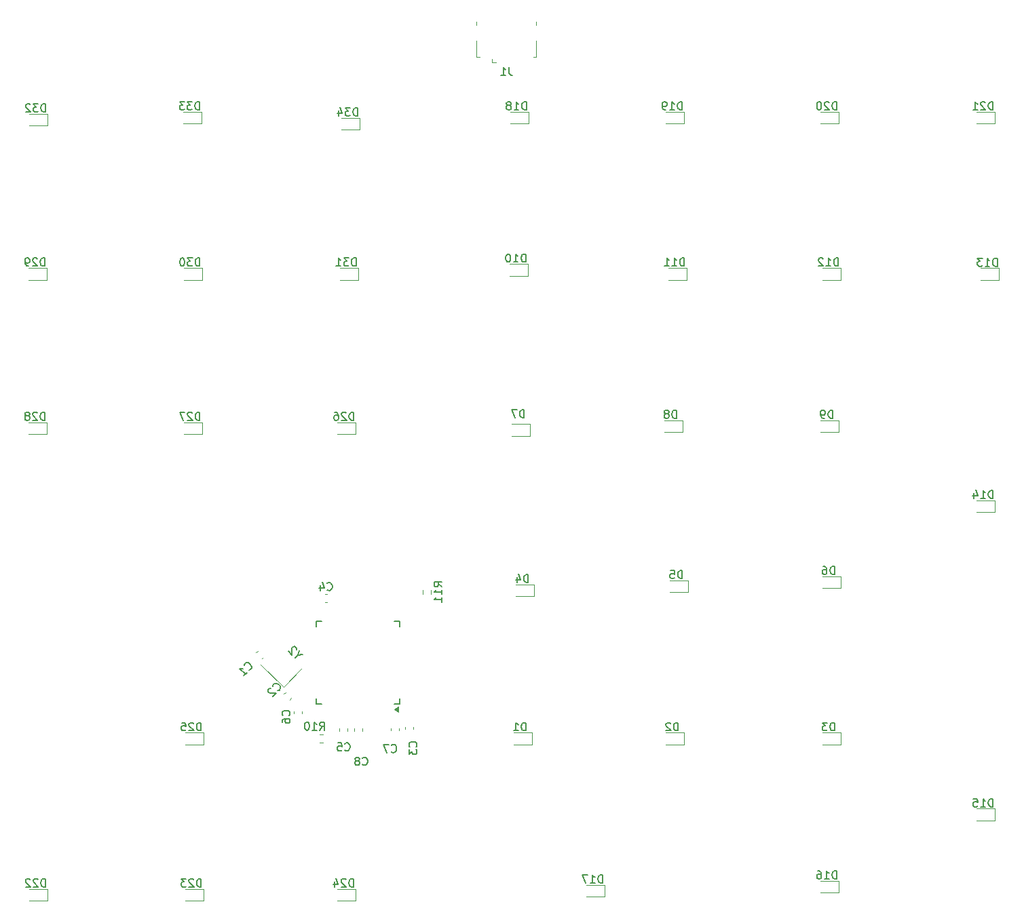
<source format=gbr>
%TF.GenerationSoftware,KiCad,Pcbnew,8.0.3*%
%TF.CreationDate,2024-06-19T10:52:00-07:00*%
%TF.ProjectId,CustomNumpad,43757374-6f6d-44e7-956d-7061642e6b69,rev?*%
%TF.SameCoordinates,Original*%
%TF.FileFunction,Legend,Bot*%
%TF.FilePolarity,Positive*%
%FSLAX46Y46*%
G04 Gerber Fmt 4.6, Leading zero omitted, Abs format (unit mm)*
G04 Created by KiCad (PCBNEW 8.0.3) date 2024-06-19 10:52:00*
%MOMM*%
%LPD*%
G01*
G04 APERTURE LIST*
%ADD10C,0.150000*%
%ADD11C,0.120000*%
G04 APERTURE END LIST*
D10*
X93926785Y-29774819D02*
X93926785Y-28774819D01*
X93926785Y-28774819D02*
X93688690Y-28774819D01*
X93688690Y-28774819D02*
X93545833Y-28822438D01*
X93545833Y-28822438D02*
X93450595Y-28917676D01*
X93450595Y-28917676D02*
X93402976Y-29012914D01*
X93402976Y-29012914D02*
X93355357Y-29203390D01*
X93355357Y-29203390D02*
X93355357Y-29346247D01*
X93355357Y-29346247D02*
X93402976Y-29536723D01*
X93402976Y-29536723D02*
X93450595Y-29631961D01*
X93450595Y-29631961D02*
X93545833Y-29727200D01*
X93545833Y-29727200D02*
X93688690Y-29774819D01*
X93688690Y-29774819D02*
X93926785Y-29774819D01*
X93022023Y-28774819D02*
X92402976Y-28774819D01*
X92402976Y-28774819D02*
X92736309Y-29155771D01*
X92736309Y-29155771D02*
X92593452Y-29155771D01*
X92593452Y-29155771D02*
X92498214Y-29203390D01*
X92498214Y-29203390D02*
X92450595Y-29251009D01*
X92450595Y-29251009D02*
X92402976Y-29346247D01*
X92402976Y-29346247D02*
X92402976Y-29584342D01*
X92402976Y-29584342D02*
X92450595Y-29679580D01*
X92450595Y-29679580D02*
X92498214Y-29727200D01*
X92498214Y-29727200D02*
X92593452Y-29774819D01*
X92593452Y-29774819D02*
X92879166Y-29774819D01*
X92879166Y-29774819D02*
X92974404Y-29727200D01*
X92974404Y-29727200D02*
X93022023Y-29679580D01*
X91545833Y-29108152D02*
X91545833Y-29774819D01*
X91783928Y-28727200D02*
X92022023Y-29441485D01*
X92022023Y-29441485D02*
X91402976Y-29441485D01*
X74214285Y-29024819D02*
X74214285Y-28024819D01*
X74214285Y-28024819D02*
X73976190Y-28024819D01*
X73976190Y-28024819D02*
X73833333Y-28072438D01*
X73833333Y-28072438D02*
X73738095Y-28167676D01*
X73738095Y-28167676D02*
X73690476Y-28262914D01*
X73690476Y-28262914D02*
X73642857Y-28453390D01*
X73642857Y-28453390D02*
X73642857Y-28596247D01*
X73642857Y-28596247D02*
X73690476Y-28786723D01*
X73690476Y-28786723D02*
X73738095Y-28881961D01*
X73738095Y-28881961D02*
X73833333Y-28977200D01*
X73833333Y-28977200D02*
X73976190Y-29024819D01*
X73976190Y-29024819D02*
X74214285Y-29024819D01*
X73309523Y-28024819D02*
X72690476Y-28024819D01*
X72690476Y-28024819D02*
X73023809Y-28405771D01*
X73023809Y-28405771D02*
X72880952Y-28405771D01*
X72880952Y-28405771D02*
X72785714Y-28453390D01*
X72785714Y-28453390D02*
X72738095Y-28501009D01*
X72738095Y-28501009D02*
X72690476Y-28596247D01*
X72690476Y-28596247D02*
X72690476Y-28834342D01*
X72690476Y-28834342D02*
X72738095Y-28929580D01*
X72738095Y-28929580D02*
X72785714Y-28977200D01*
X72785714Y-28977200D02*
X72880952Y-29024819D01*
X72880952Y-29024819D02*
X73166666Y-29024819D01*
X73166666Y-29024819D02*
X73261904Y-28977200D01*
X73261904Y-28977200D02*
X73309523Y-28929580D01*
X72357142Y-28024819D02*
X71738095Y-28024819D01*
X71738095Y-28024819D02*
X72071428Y-28405771D01*
X72071428Y-28405771D02*
X71928571Y-28405771D01*
X71928571Y-28405771D02*
X71833333Y-28453390D01*
X71833333Y-28453390D02*
X71785714Y-28501009D01*
X71785714Y-28501009D02*
X71738095Y-28596247D01*
X71738095Y-28596247D02*
X71738095Y-28834342D01*
X71738095Y-28834342D02*
X71785714Y-28929580D01*
X71785714Y-28929580D02*
X71833333Y-28977200D01*
X71833333Y-28977200D02*
X71928571Y-29024819D01*
X71928571Y-29024819D02*
X72214285Y-29024819D01*
X72214285Y-29024819D02*
X72309523Y-28977200D01*
X72309523Y-28977200D02*
X72357142Y-28929580D01*
X55001785Y-29274819D02*
X55001785Y-28274819D01*
X55001785Y-28274819D02*
X54763690Y-28274819D01*
X54763690Y-28274819D02*
X54620833Y-28322438D01*
X54620833Y-28322438D02*
X54525595Y-28417676D01*
X54525595Y-28417676D02*
X54477976Y-28512914D01*
X54477976Y-28512914D02*
X54430357Y-28703390D01*
X54430357Y-28703390D02*
X54430357Y-28846247D01*
X54430357Y-28846247D02*
X54477976Y-29036723D01*
X54477976Y-29036723D02*
X54525595Y-29131961D01*
X54525595Y-29131961D02*
X54620833Y-29227200D01*
X54620833Y-29227200D02*
X54763690Y-29274819D01*
X54763690Y-29274819D02*
X55001785Y-29274819D01*
X54097023Y-28274819D02*
X53477976Y-28274819D01*
X53477976Y-28274819D02*
X53811309Y-28655771D01*
X53811309Y-28655771D02*
X53668452Y-28655771D01*
X53668452Y-28655771D02*
X53573214Y-28703390D01*
X53573214Y-28703390D02*
X53525595Y-28751009D01*
X53525595Y-28751009D02*
X53477976Y-28846247D01*
X53477976Y-28846247D02*
X53477976Y-29084342D01*
X53477976Y-29084342D02*
X53525595Y-29179580D01*
X53525595Y-29179580D02*
X53573214Y-29227200D01*
X53573214Y-29227200D02*
X53668452Y-29274819D01*
X53668452Y-29274819D02*
X53954166Y-29274819D01*
X53954166Y-29274819D02*
X54049404Y-29227200D01*
X54049404Y-29227200D02*
X54097023Y-29179580D01*
X53097023Y-28370057D02*
X53049404Y-28322438D01*
X53049404Y-28322438D02*
X52954166Y-28274819D01*
X52954166Y-28274819D02*
X52716071Y-28274819D01*
X52716071Y-28274819D02*
X52620833Y-28322438D01*
X52620833Y-28322438D02*
X52573214Y-28370057D01*
X52573214Y-28370057D02*
X52525595Y-28465295D01*
X52525595Y-28465295D02*
X52525595Y-28560533D01*
X52525595Y-28560533D02*
X52573214Y-28703390D01*
X52573214Y-28703390D02*
X53144642Y-29274819D01*
X53144642Y-29274819D02*
X52525595Y-29274819D01*
X93751785Y-48524819D02*
X93751785Y-47524819D01*
X93751785Y-47524819D02*
X93513690Y-47524819D01*
X93513690Y-47524819D02*
X93370833Y-47572438D01*
X93370833Y-47572438D02*
X93275595Y-47667676D01*
X93275595Y-47667676D02*
X93227976Y-47762914D01*
X93227976Y-47762914D02*
X93180357Y-47953390D01*
X93180357Y-47953390D02*
X93180357Y-48096247D01*
X93180357Y-48096247D02*
X93227976Y-48286723D01*
X93227976Y-48286723D02*
X93275595Y-48381961D01*
X93275595Y-48381961D02*
X93370833Y-48477200D01*
X93370833Y-48477200D02*
X93513690Y-48524819D01*
X93513690Y-48524819D02*
X93751785Y-48524819D01*
X92847023Y-47524819D02*
X92227976Y-47524819D01*
X92227976Y-47524819D02*
X92561309Y-47905771D01*
X92561309Y-47905771D02*
X92418452Y-47905771D01*
X92418452Y-47905771D02*
X92323214Y-47953390D01*
X92323214Y-47953390D02*
X92275595Y-48001009D01*
X92275595Y-48001009D02*
X92227976Y-48096247D01*
X92227976Y-48096247D02*
X92227976Y-48334342D01*
X92227976Y-48334342D02*
X92275595Y-48429580D01*
X92275595Y-48429580D02*
X92323214Y-48477200D01*
X92323214Y-48477200D02*
X92418452Y-48524819D01*
X92418452Y-48524819D02*
X92704166Y-48524819D01*
X92704166Y-48524819D02*
X92799404Y-48477200D01*
X92799404Y-48477200D02*
X92847023Y-48429580D01*
X91275595Y-48524819D02*
X91847023Y-48524819D01*
X91561309Y-48524819D02*
X91561309Y-47524819D01*
X91561309Y-47524819D02*
X91656547Y-47667676D01*
X91656547Y-47667676D02*
X91751785Y-47762914D01*
X91751785Y-47762914D02*
X91847023Y-47810533D01*
X74251785Y-48524819D02*
X74251785Y-47524819D01*
X74251785Y-47524819D02*
X74013690Y-47524819D01*
X74013690Y-47524819D02*
X73870833Y-47572438D01*
X73870833Y-47572438D02*
X73775595Y-47667676D01*
X73775595Y-47667676D02*
X73727976Y-47762914D01*
X73727976Y-47762914D02*
X73680357Y-47953390D01*
X73680357Y-47953390D02*
X73680357Y-48096247D01*
X73680357Y-48096247D02*
X73727976Y-48286723D01*
X73727976Y-48286723D02*
X73775595Y-48381961D01*
X73775595Y-48381961D02*
X73870833Y-48477200D01*
X73870833Y-48477200D02*
X74013690Y-48524819D01*
X74013690Y-48524819D02*
X74251785Y-48524819D01*
X73347023Y-47524819D02*
X72727976Y-47524819D01*
X72727976Y-47524819D02*
X73061309Y-47905771D01*
X73061309Y-47905771D02*
X72918452Y-47905771D01*
X72918452Y-47905771D02*
X72823214Y-47953390D01*
X72823214Y-47953390D02*
X72775595Y-48001009D01*
X72775595Y-48001009D02*
X72727976Y-48096247D01*
X72727976Y-48096247D02*
X72727976Y-48334342D01*
X72727976Y-48334342D02*
X72775595Y-48429580D01*
X72775595Y-48429580D02*
X72823214Y-48477200D01*
X72823214Y-48477200D02*
X72918452Y-48524819D01*
X72918452Y-48524819D02*
X73204166Y-48524819D01*
X73204166Y-48524819D02*
X73299404Y-48477200D01*
X73299404Y-48477200D02*
X73347023Y-48429580D01*
X72108928Y-47524819D02*
X72013690Y-47524819D01*
X72013690Y-47524819D02*
X71918452Y-47572438D01*
X71918452Y-47572438D02*
X71870833Y-47620057D01*
X71870833Y-47620057D02*
X71823214Y-47715295D01*
X71823214Y-47715295D02*
X71775595Y-47905771D01*
X71775595Y-47905771D02*
X71775595Y-48143866D01*
X71775595Y-48143866D02*
X71823214Y-48334342D01*
X71823214Y-48334342D02*
X71870833Y-48429580D01*
X71870833Y-48429580D02*
X71918452Y-48477200D01*
X71918452Y-48477200D02*
X72013690Y-48524819D01*
X72013690Y-48524819D02*
X72108928Y-48524819D01*
X72108928Y-48524819D02*
X72204166Y-48477200D01*
X72204166Y-48477200D02*
X72251785Y-48429580D01*
X72251785Y-48429580D02*
X72299404Y-48334342D01*
X72299404Y-48334342D02*
X72347023Y-48143866D01*
X72347023Y-48143866D02*
X72347023Y-47905771D01*
X72347023Y-47905771D02*
X72299404Y-47715295D01*
X72299404Y-47715295D02*
X72251785Y-47620057D01*
X72251785Y-47620057D02*
X72204166Y-47572438D01*
X72204166Y-47572438D02*
X72108928Y-47524819D01*
X54926785Y-48524819D02*
X54926785Y-47524819D01*
X54926785Y-47524819D02*
X54688690Y-47524819D01*
X54688690Y-47524819D02*
X54545833Y-47572438D01*
X54545833Y-47572438D02*
X54450595Y-47667676D01*
X54450595Y-47667676D02*
X54402976Y-47762914D01*
X54402976Y-47762914D02*
X54355357Y-47953390D01*
X54355357Y-47953390D02*
X54355357Y-48096247D01*
X54355357Y-48096247D02*
X54402976Y-48286723D01*
X54402976Y-48286723D02*
X54450595Y-48381961D01*
X54450595Y-48381961D02*
X54545833Y-48477200D01*
X54545833Y-48477200D02*
X54688690Y-48524819D01*
X54688690Y-48524819D02*
X54926785Y-48524819D01*
X53974404Y-47620057D02*
X53926785Y-47572438D01*
X53926785Y-47572438D02*
X53831547Y-47524819D01*
X53831547Y-47524819D02*
X53593452Y-47524819D01*
X53593452Y-47524819D02*
X53498214Y-47572438D01*
X53498214Y-47572438D02*
X53450595Y-47620057D01*
X53450595Y-47620057D02*
X53402976Y-47715295D01*
X53402976Y-47715295D02*
X53402976Y-47810533D01*
X53402976Y-47810533D02*
X53450595Y-47953390D01*
X53450595Y-47953390D02*
X54022023Y-48524819D01*
X54022023Y-48524819D02*
X53402976Y-48524819D01*
X52926785Y-48524819D02*
X52736309Y-48524819D01*
X52736309Y-48524819D02*
X52641071Y-48477200D01*
X52641071Y-48477200D02*
X52593452Y-48429580D01*
X52593452Y-48429580D02*
X52498214Y-48286723D01*
X52498214Y-48286723D02*
X52450595Y-48096247D01*
X52450595Y-48096247D02*
X52450595Y-47715295D01*
X52450595Y-47715295D02*
X52498214Y-47620057D01*
X52498214Y-47620057D02*
X52545833Y-47572438D01*
X52545833Y-47572438D02*
X52641071Y-47524819D01*
X52641071Y-47524819D02*
X52831547Y-47524819D01*
X52831547Y-47524819D02*
X52926785Y-47572438D01*
X52926785Y-47572438D02*
X52974404Y-47620057D01*
X52974404Y-47620057D02*
X53022023Y-47715295D01*
X53022023Y-47715295D02*
X53022023Y-47953390D01*
X53022023Y-47953390D02*
X52974404Y-48048628D01*
X52974404Y-48048628D02*
X52926785Y-48096247D01*
X52926785Y-48096247D02*
X52831547Y-48143866D01*
X52831547Y-48143866D02*
X52641071Y-48143866D01*
X52641071Y-48143866D02*
X52545833Y-48096247D01*
X52545833Y-48096247D02*
X52498214Y-48048628D01*
X52498214Y-48048628D02*
X52450595Y-47953390D01*
X54926785Y-67774819D02*
X54926785Y-66774819D01*
X54926785Y-66774819D02*
X54688690Y-66774819D01*
X54688690Y-66774819D02*
X54545833Y-66822438D01*
X54545833Y-66822438D02*
X54450595Y-66917676D01*
X54450595Y-66917676D02*
X54402976Y-67012914D01*
X54402976Y-67012914D02*
X54355357Y-67203390D01*
X54355357Y-67203390D02*
X54355357Y-67346247D01*
X54355357Y-67346247D02*
X54402976Y-67536723D01*
X54402976Y-67536723D02*
X54450595Y-67631961D01*
X54450595Y-67631961D02*
X54545833Y-67727200D01*
X54545833Y-67727200D02*
X54688690Y-67774819D01*
X54688690Y-67774819D02*
X54926785Y-67774819D01*
X53974404Y-66870057D02*
X53926785Y-66822438D01*
X53926785Y-66822438D02*
X53831547Y-66774819D01*
X53831547Y-66774819D02*
X53593452Y-66774819D01*
X53593452Y-66774819D02*
X53498214Y-66822438D01*
X53498214Y-66822438D02*
X53450595Y-66870057D01*
X53450595Y-66870057D02*
X53402976Y-66965295D01*
X53402976Y-66965295D02*
X53402976Y-67060533D01*
X53402976Y-67060533D02*
X53450595Y-67203390D01*
X53450595Y-67203390D02*
X54022023Y-67774819D01*
X54022023Y-67774819D02*
X53402976Y-67774819D01*
X52831547Y-67203390D02*
X52926785Y-67155771D01*
X52926785Y-67155771D02*
X52974404Y-67108152D01*
X52974404Y-67108152D02*
X53022023Y-67012914D01*
X53022023Y-67012914D02*
X53022023Y-66965295D01*
X53022023Y-66965295D02*
X52974404Y-66870057D01*
X52974404Y-66870057D02*
X52926785Y-66822438D01*
X52926785Y-66822438D02*
X52831547Y-66774819D01*
X52831547Y-66774819D02*
X52641071Y-66774819D01*
X52641071Y-66774819D02*
X52545833Y-66822438D01*
X52545833Y-66822438D02*
X52498214Y-66870057D01*
X52498214Y-66870057D02*
X52450595Y-66965295D01*
X52450595Y-66965295D02*
X52450595Y-67012914D01*
X52450595Y-67012914D02*
X52498214Y-67108152D01*
X52498214Y-67108152D02*
X52545833Y-67155771D01*
X52545833Y-67155771D02*
X52641071Y-67203390D01*
X52641071Y-67203390D02*
X52831547Y-67203390D01*
X52831547Y-67203390D02*
X52926785Y-67251009D01*
X52926785Y-67251009D02*
X52974404Y-67298628D01*
X52974404Y-67298628D02*
X53022023Y-67393866D01*
X53022023Y-67393866D02*
X53022023Y-67584342D01*
X53022023Y-67584342D02*
X52974404Y-67679580D01*
X52974404Y-67679580D02*
X52926785Y-67727200D01*
X52926785Y-67727200D02*
X52831547Y-67774819D01*
X52831547Y-67774819D02*
X52641071Y-67774819D01*
X52641071Y-67774819D02*
X52545833Y-67727200D01*
X52545833Y-67727200D02*
X52498214Y-67679580D01*
X52498214Y-67679580D02*
X52450595Y-67584342D01*
X52450595Y-67584342D02*
X52450595Y-67393866D01*
X52450595Y-67393866D02*
X52498214Y-67298628D01*
X52498214Y-67298628D02*
X52545833Y-67251009D01*
X52545833Y-67251009D02*
X52641071Y-67203390D01*
X74251785Y-67774819D02*
X74251785Y-66774819D01*
X74251785Y-66774819D02*
X74013690Y-66774819D01*
X74013690Y-66774819D02*
X73870833Y-66822438D01*
X73870833Y-66822438D02*
X73775595Y-66917676D01*
X73775595Y-66917676D02*
X73727976Y-67012914D01*
X73727976Y-67012914D02*
X73680357Y-67203390D01*
X73680357Y-67203390D02*
X73680357Y-67346247D01*
X73680357Y-67346247D02*
X73727976Y-67536723D01*
X73727976Y-67536723D02*
X73775595Y-67631961D01*
X73775595Y-67631961D02*
X73870833Y-67727200D01*
X73870833Y-67727200D02*
X74013690Y-67774819D01*
X74013690Y-67774819D02*
X74251785Y-67774819D01*
X73299404Y-66870057D02*
X73251785Y-66822438D01*
X73251785Y-66822438D02*
X73156547Y-66774819D01*
X73156547Y-66774819D02*
X72918452Y-66774819D01*
X72918452Y-66774819D02*
X72823214Y-66822438D01*
X72823214Y-66822438D02*
X72775595Y-66870057D01*
X72775595Y-66870057D02*
X72727976Y-66965295D01*
X72727976Y-66965295D02*
X72727976Y-67060533D01*
X72727976Y-67060533D02*
X72775595Y-67203390D01*
X72775595Y-67203390D02*
X73347023Y-67774819D01*
X73347023Y-67774819D02*
X72727976Y-67774819D01*
X72394642Y-66774819D02*
X71727976Y-66774819D01*
X71727976Y-66774819D02*
X72156547Y-67774819D01*
X93464285Y-67774819D02*
X93464285Y-66774819D01*
X93464285Y-66774819D02*
X93226190Y-66774819D01*
X93226190Y-66774819D02*
X93083333Y-66822438D01*
X93083333Y-66822438D02*
X92988095Y-66917676D01*
X92988095Y-66917676D02*
X92940476Y-67012914D01*
X92940476Y-67012914D02*
X92892857Y-67203390D01*
X92892857Y-67203390D02*
X92892857Y-67346247D01*
X92892857Y-67346247D02*
X92940476Y-67536723D01*
X92940476Y-67536723D02*
X92988095Y-67631961D01*
X92988095Y-67631961D02*
X93083333Y-67727200D01*
X93083333Y-67727200D02*
X93226190Y-67774819D01*
X93226190Y-67774819D02*
X93464285Y-67774819D01*
X92511904Y-66870057D02*
X92464285Y-66822438D01*
X92464285Y-66822438D02*
X92369047Y-66774819D01*
X92369047Y-66774819D02*
X92130952Y-66774819D01*
X92130952Y-66774819D02*
X92035714Y-66822438D01*
X92035714Y-66822438D02*
X91988095Y-66870057D01*
X91988095Y-66870057D02*
X91940476Y-66965295D01*
X91940476Y-66965295D02*
X91940476Y-67060533D01*
X91940476Y-67060533D02*
X91988095Y-67203390D01*
X91988095Y-67203390D02*
X92559523Y-67774819D01*
X92559523Y-67774819D02*
X91940476Y-67774819D01*
X91083333Y-66774819D02*
X91273809Y-66774819D01*
X91273809Y-66774819D02*
X91369047Y-66822438D01*
X91369047Y-66822438D02*
X91416666Y-66870057D01*
X91416666Y-66870057D02*
X91511904Y-67012914D01*
X91511904Y-67012914D02*
X91559523Y-67203390D01*
X91559523Y-67203390D02*
X91559523Y-67584342D01*
X91559523Y-67584342D02*
X91511904Y-67679580D01*
X91511904Y-67679580D02*
X91464285Y-67727200D01*
X91464285Y-67727200D02*
X91369047Y-67774819D01*
X91369047Y-67774819D02*
X91178571Y-67774819D01*
X91178571Y-67774819D02*
X91083333Y-67727200D01*
X91083333Y-67727200D02*
X91035714Y-67679580D01*
X91035714Y-67679580D02*
X90988095Y-67584342D01*
X90988095Y-67584342D02*
X90988095Y-67346247D01*
X90988095Y-67346247D02*
X91035714Y-67251009D01*
X91035714Y-67251009D02*
X91083333Y-67203390D01*
X91083333Y-67203390D02*
X91178571Y-67155771D01*
X91178571Y-67155771D02*
X91369047Y-67155771D01*
X91369047Y-67155771D02*
X91464285Y-67203390D01*
X91464285Y-67203390D02*
X91511904Y-67251009D01*
X91511904Y-67251009D02*
X91559523Y-67346247D01*
X112833333Y-23704819D02*
X112833333Y-24419104D01*
X112833333Y-24419104D02*
X112880952Y-24561961D01*
X112880952Y-24561961D02*
X112976190Y-24657200D01*
X112976190Y-24657200D02*
X113119047Y-24704819D01*
X113119047Y-24704819D02*
X113214285Y-24704819D01*
X111833333Y-24704819D02*
X112404761Y-24704819D01*
X112119047Y-24704819D02*
X112119047Y-23704819D01*
X112119047Y-23704819D02*
X112214285Y-23847676D01*
X112214285Y-23847676D02*
X112309523Y-23942914D01*
X112309523Y-23942914D02*
X112404761Y-23990533D01*
X115238094Y-88024819D02*
X115238094Y-87024819D01*
X115238094Y-87024819D02*
X114999999Y-87024819D01*
X114999999Y-87024819D02*
X114857142Y-87072438D01*
X114857142Y-87072438D02*
X114761904Y-87167676D01*
X114761904Y-87167676D02*
X114714285Y-87262914D01*
X114714285Y-87262914D02*
X114666666Y-87453390D01*
X114666666Y-87453390D02*
X114666666Y-87596247D01*
X114666666Y-87596247D02*
X114714285Y-87786723D01*
X114714285Y-87786723D02*
X114761904Y-87881961D01*
X114761904Y-87881961D02*
X114857142Y-87977200D01*
X114857142Y-87977200D02*
X114999999Y-88024819D01*
X114999999Y-88024819D02*
X115238094Y-88024819D01*
X113809523Y-87358152D02*
X113809523Y-88024819D01*
X114047618Y-86977200D02*
X114285713Y-87691485D01*
X114285713Y-87691485D02*
X113666666Y-87691485D01*
X74426785Y-126024819D02*
X74426785Y-125024819D01*
X74426785Y-125024819D02*
X74188690Y-125024819D01*
X74188690Y-125024819D02*
X74045833Y-125072438D01*
X74045833Y-125072438D02*
X73950595Y-125167676D01*
X73950595Y-125167676D02*
X73902976Y-125262914D01*
X73902976Y-125262914D02*
X73855357Y-125453390D01*
X73855357Y-125453390D02*
X73855357Y-125596247D01*
X73855357Y-125596247D02*
X73902976Y-125786723D01*
X73902976Y-125786723D02*
X73950595Y-125881961D01*
X73950595Y-125881961D02*
X74045833Y-125977200D01*
X74045833Y-125977200D02*
X74188690Y-126024819D01*
X74188690Y-126024819D02*
X74426785Y-126024819D01*
X73474404Y-125120057D02*
X73426785Y-125072438D01*
X73426785Y-125072438D02*
X73331547Y-125024819D01*
X73331547Y-125024819D02*
X73093452Y-125024819D01*
X73093452Y-125024819D02*
X72998214Y-125072438D01*
X72998214Y-125072438D02*
X72950595Y-125120057D01*
X72950595Y-125120057D02*
X72902976Y-125215295D01*
X72902976Y-125215295D02*
X72902976Y-125310533D01*
X72902976Y-125310533D02*
X72950595Y-125453390D01*
X72950595Y-125453390D02*
X73522023Y-126024819D01*
X73522023Y-126024819D02*
X72902976Y-126024819D01*
X72569642Y-125024819D02*
X71950595Y-125024819D01*
X71950595Y-125024819D02*
X72283928Y-125405771D01*
X72283928Y-125405771D02*
X72141071Y-125405771D01*
X72141071Y-125405771D02*
X72045833Y-125453390D01*
X72045833Y-125453390D02*
X71998214Y-125501009D01*
X71998214Y-125501009D02*
X71950595Y-125596247D01*
X71950595Y-125596247D02*
X71950595Y-125834342D01*
X71950595Y-125834342D02*
X71998214Y-125929580D01*
X71998214Y-125929580D02*
X72045833Y-125977200D01*
X72045833Y-125977200D02*
X72141071Y-126024819D01*
X72141071Y-126024819D02*
X72426785Y-126024819D01*
X72426785Y-126024819D02*
X72522023Y-125977200D01*
X72522023Y-125977200D02*
X72569642Y-125929580D01*
X133950594Y-106524819D02*
X133950594Y-105524819D01*
X133950594Y-105524819D02*
X133712499Y-105524819D01*
X133712499Y-105524819D02*
X133569642Y-105572438D01*
X133569642Y-105572438D02*
X133474404Y-105667676D01*
X133474404Y-105667676D02*
X133426785Y-105762914D01*
X133426785Y-105762914D02*
X133379166Y-105953390D01*
X133379166Y-105953390D02*
X133379166Y-106096247D01*
X133379166Y-106096247D02*
X133426785Y-106286723D01*
X133426785Y-106286723D02*
X133474404Y-106381961D01*
X133474404Y-106381961D02*
X133569642Y-106477200D01*
X133569642Y-106477200D02*
X133712499Y-106524819D01*
X133712499Y-106524819D02*
X133950594Y-106524819D01*
X132998213Y-105620057D02*
X132950594Y-105572438D01*
X132950594Y-105572438D02*
X132855356Y-105524819D01*
X132855356Y-105524819D02*
X132617261Y-105524819D01*
X132617261Y-105524819D02*
X132522023Y-105572438D01*
X132522023Y-105572438D02*
X132474404Y-105620057D01*
X132474404Y-105620057D02*
X132426785Y-105715295D01*
X132426785Y-105715295D02*
X132426785Y-105810533D01*
X132426785Y-105810533D02*
X132474404Y-105953390D01*
X132474404Y-105953390D02*
X133045832Y-106524819D01*
X133045832Y-106524819D02*
X132426785Y-106524819D01*
X173214285Y-77524819D02*
X173214285Y-76524819D01*
X173214285Y-76524819D02*
X172976190Y-76524819D01*
X172976190Y-76524819D02*
X172833333Y-76572438D01*
X172833333Y-76572438D02*
X172738095Y-76667676D01*
X172738095Y-76667676D02*
X172690476Y-76762914D01*
X172690476Y-76762914D02*
X172642857Y-76953390D01*
X172642857Y-76953390D02*
X172642857Y-77096247D01*
X172642857Y-77096247D02*
X172690476Y-77286723D01*
X172690476Y-77286723D02*
X172738095Y-77381961D01*
X172738095Y-77381961D02*
X172833333Y-77477200D01*
X172833333Y-77477200D02*
X172976190Y-77524819D01*
X172976190Y-77524819D02*
X173214285Y-77524819D01*
X171690476Y-77524819D02*
X172261904Y-77524819D01*
X171976190Y-77524819D02*
X171976190Y-76524819D01*
X171976190Y-76524819D02*
X172071428Y-76667676D01*
X172071428Y-76667676D02*
X172166666Y-76762914D01*
X172166666Y-76762914D02*
X172261904Y-76810533D01*
X170833333Y-76858152D02*
X170833333Y-77524819D01*
X171071428Y-76477200D02*
X171309523Y-77191485D01*
X171309523Y-77191485D02*
X170690476Y-77191485D01*
X101259580Y-108533333D02*
X101307200Y-108485714D01*
X101307200Y-108485714D02*
X101354819Y-108342857D01*
X101354819Y-108342857D02*
X101354819Y-108247619D01*
X101354819Y-108247619D02*
X101307200Y-108104762D01*
X101307200Y-108104762D02*
X101211961Y-108009524D01*
X101211961Y-108009524D02*
X101116723Y-107961905D01*
X101116723Y-107961905D02*
X100926247Y-107914286D01*
X100926247Y-107914286D02*
X100783390Y-107914286D01*
X100783390Y-107914286D02*
X100592914Y-107961905D01*
X100592914Y-107961905D02*
X100497676Y-108009524D01*
X100497676Y-108009524D02*
X100402438Y-108104762D01*
X100402438Y-108104762D02*
X100354819Y-108247619D01*
X100354819Y-108247619D02*
X100354819Y-108342857D01*
X100354819Y-108342857D02*
X100402438Y-108485714D01*
X100402438Y-108485714D02*
X100450057Y-108533333D01*
X100354819Y-108866667D02*
X100354819Y-109485714D01*
X100354819Y-109485714D02*
X100735771Y-109152381D01*
X100735771Y-109152381D02*
X100735771Y-109295238D01*
X100735771Y-109295238D02*
X100783390Y-109390476D01*
X100783390Y-109390476D02*
X100831009Y-109438095D01*
X100831009Y-109438095D02*
X100926247Y-109485714D01*
X100926247Y-109485714D02*
X101164342Y-109485714D01*
X101164342Y-109485714D02*
X101259580Y-109438095D01*
X101259580Y-109438095D02*
X101307200Y-109390476D01*
X101307200Y-109390476D02*
X101354819Y-109295238D01*
X101354819Y-109295238D02*
X101354819Y-109009524D01*
X101354819Y-109009524D02*
X101307200Y-108914286D01*
X101307200Y-108914286D02*
X101259580Y-108866667D01*
X94566666Y-110759580D02*
X94614285Y-110807200D01*
X94614285Y-110807200D02*
X94757142Y-110854819D01*
X94757142Y-110854819D02*
X94852380Y-110854819D01*
X94852380Y-110854819D02*
X94995237Y-110807200D01*
X94995237Y-110807200D02*
X95090475Y-110711961D01*
X95090475Y-110711961D02*
X95138094Y-110616723D01*
X95138094Y-110616723D02*
X95185713Y-110426247D01*
X95185713Y-110426247D02*
X95185713Y-110283390D01*
X95185713Y-110283390D02*
X95138094Y-110092914D01*
X95138094Y-110092914D02*
X95090475Y-109997676D01*
X95090475Y-109997676D02*
X94995237Y-109902438D01*
X94995237Y-109902438D02*
X94852380Y-109854819D01*
X94852380Y-109854819D02*
X94757142Y-109854819D01*
X94757142Y-109854819D02*
X94614285Y-109902438D01*
X94614285Y-109902438D02*
X94566666Y-109950057D01*
X93995237Y-110283390D02*
X94090475Y-110235771D01*
X94090475Y-110235771D02*
X94138094Y-110188152D01*
X94138094Y-110188152D02*
X94185713Y-110092914D01*
X94185713Y-110092914D02*
X94185713Y-110045295D01*
X94185713Y-110045295D02*
X94138094Y-109950057D01*
X94138094Y-109950057D02*
X94090475Y-109902438D01*
X94090475Y-109902438D02*
X93995237Y-109854819D01*
X93995237Y-109854819D02*
X93804761Y-109854819D01*
X93804761Y-109854819D02*
X93709523Y-109902438D01*
X93709523Y-109902438D02*
X93661904Y-109950057D01*
X93661904Y-109950057D02*
X93614285Y-110045295D01*
X93614285Y-110045295D02*
X93614285Y-110092914D01*
X93614285Y-110092914D02*
X93661904Y-110188152D01*
X93661904Y-110188152D02*
X93709523Y-110235771D01*
X93709523Y-110235771D02*
X93804761Y-110283390D01*
X93804761Y-110283390D02*
X93995237Y-110283390D01*
X93995237Y-110283390D02*
X94090475Y-110331009D01*
X94090475Y-110331009D02*
X94138094Y-110378628D01*
X94138094Y-110378628D02*
X94185713Y-110473866D01*
X94185713Y-110473866D02*
X94185713Y-110664342D01*
X94185713Y-110664342D02*
X94138094Y-110759580D01*
X94138094Y-110759580D02*
X94090475Y-110807200D01*
X94090475Y-110807200D02*
X93995237Y-110854819D01*
X93995237Y-110854819D02*
X93804761Y-110854819D01*
X93804761Y-110854819D02*
X93709523Y-110807200D01*
X93709523Y-110807200D02*
X93661904Y-110759580D01*
X93661904Y-110759580D02*
X93614285Y-110664342D01*
X93614285Y-110664342D02*
X93614285Y-110473866D01*
X93614285Y-110473866D02*
X93661904Y-110378628D01*
X93661904Y-110378628D02*
X93709523Y-110331009D01*
X93709523Y-110331009D02*
X93804761Y-110283390D01*
X114926785Y-48024819D02*
X114926785Y-47024819D01*
X114926785Y-47024819D02*
X114688690Y-47024819D01*
X114688690Y-47024819D02*
X114545833Y-47072438D01*
X114545833Y-47072438D02*
X114450595Y-47167676D01*
X114450595Y-47167676D02*
X114402976Y-47262914D01*
X114402976Y-47262914D02*
X114355357Y-47453390D01*
X114355357Y-47453390D02*
X114355357Y-47596247D01*
X114355357Y-47596247D02*
X114402976Y-47786723D01*
X114402976Y-47786723D02*
X114450595Y-47881961D01*
X114450595Y-47881961D02*
X114545833Y-47977200D01*
X114545833Y-47977200D02*
X114688690Y-48024819D01*
X114688690Y-48024819D02*
X114926785Y-48024819D01*
X113402976Y-48024819D02*
X113974404Y-48024819D01*
X113688690Y-48024819D02*
X113688690Y-47024819D01*
X113688690Y-47024819D02*
X113783928Y-47167676D01*
X113783928Y-47167676D02*
X113879166Y-47262914D01*
X113879166Y-47262914D02*
X113974404Y-47310533D01*
X112783928Y-47024819D02*
X112688690Y-47024819D01*
X112688690Y-47024819D02*
X112593452Y-47072438D01*
X112593452Y-47072438D02*
X112545833Y-47120057D01*
X112545833Y-47120057D02*
X112498214Y-47215295D01*
X112498214Y-47215295D02*
X112450595Y-47405771D01*
X112450595Y-47405771D02*
X112450595Y-47643866D01*
X112450595Y-47643866D02*
X112498214Y-47834342D01*
X112498214Y-47834342D02*
X112545833Y-47929580D01*
X112545833Y-47929580D02*
X112593452Y-47977200D01*
X112593452Y-47977200D02*
X112688690Y-48024819D01*
X112688690Y-48024819D02*
X112783928Y-48024819D01*
X112783928Y-48024819D02*
X112879166Y-47977200D01*
X112879166Y-47977200D02*
X112926785Y-47929580D01*
X112926785Y-47929580D02*
X112974404Y-47834342D01*
X112974404Y-47834342D02*
X113022023Y-47643866D01*
X113022023Y-47643866D02*
X113022023Y-47405771D01*
X113022023Y-47405771D02*
X112974404Y-47215295D01*
X112974404Y-47215295D02*
X112926785Y-47120057D01*
X112926785Y-47120057D02*
X112879166Y-47072438D01*
X112879166Y-47072438D02*
X112783928Y-47024819D01*
X173764285Y-48544819D02*
X173764285Y-47544819D01*
X173764285Y-47544819D02*
X173526190Y-47544819D01*
X173526190Y-47544819D02*
X173383333Y-47592438D01*
X173383333Y-47592438D02*
X173288095Y-47687676D01*
X173288095Y-47687676D02*
X173240476Y-47782914D01*
X173240476Y-47782914D02*
X173192857Y-47973390D01*
X173192857Y-47973390D02*
X173192857Y-48116247D01*
X173192857Y-48116247D02*
X173240476Y-48306723D01*
X173240476Y-48306723D02*
X173288095Y-48401961D01*
X173288095Y-48401961D02*
X173383333Y-48497200D01*
X173383333Y-48497200D02*
X173526190Y-48544819D01*
X173526190Y-48544819D02*
X173764285Y-48544819D01*
X172240476Y-48544819D02*
X172811904Y-48544819D01*
X172526190Y-48544819D02*
X172526190Y-47544819D01*
X172526190Y-47544819D02*
X172621428Y-47687676D01*
X172621428Y-47687676D02*
X172716666Y-47782914D01*
X172716666Y-47782914D02*
X172811904Y-47830533D01*
X171907142Y-47544819D02*
X171288095Y-47544819D01*
X171288095Y-47544819D02*
X171621428Y-47925771D01*
X171621428Y-47925771D02*
X171478571Y-47925771D01*
X171478571Y-47925771D02*
X171383333Y-47973390D01*
X171383333Y-47973390D02*
X171335714Y-48021009D01*
X171335714Y-48021009D02*
X171288095Y-48116247D01*
X171288095Y-48116247D02*
X171288095Y-48354342D01*
X171288095Y-48354342D02*
X171335714Y-48449580D01*
X171335714Y-48449580D02*
X171383333Y-48497200D01*
X171383333Y-48497200D02*
X171478571Y-48544819D01*
X171478571Y-48544819D02*
X171764285Y-48544819D01*
X171764285Y-48544819D02*
X171859523Y-48497200D01*
X171859523Y-48497200D02*
X171907142Y-48449580D01*
X173214285Y-116024819D02*
X173214285Y-115024819D01*
X173214285Y-115024819D02*
X172976190Y-115024819D01*
X172976190Y-115024819D02*
X172833333Y-115072438D01*
X172833333Y-115072438D02*
X172738095Y-115167676D01*
X172738095Y-115167676D02*
X172690476Y-115262914D01*
X172690476Y-115262914D02*
X172642857Y-115453390D01*
X172642857Y-115453390D02*
X172642857Y-115596247D01*
X172642857Y-115596247D02*
X172690476Y-115786723D01*
X172690476Y-115786723D02*
X172738095Y-115881961D01*
X172738095Y-115881961D02*
X172833333Y-115977200D01*
X172833333Y-115977200D02*
X172976190Y-116024819D01*
X172976190Y-116024819D02*
X173214285Y-116024819D01*
X171690476Y-116024819D02*
X172261904Y-116024819D01*
X171976190Y-116024819D02*
X171976190Y-115024819D01*
X171976190Y-115024819D02*
X172071428Y-115167676D01*
X172071428Y-115167676D02*
X172166666Y-115262914D01*
X172166666Y-115262914D02*
X172261904Y-115310533D01*
X170785714Y-115024819D02*
X171261904Y-115024819D01*
X171261904Y-115024819D02*
X171309523Y-115501009D01*
X171309523Y-115501009D02*
X171261904Y-115453390D01*
X171261904Y-115453390D02*
X171166666Y-115405771D01*
X171166666Y-115405771D02*
X170928571Y-115405771D01*
X170928571Y-115405771D02*
X170833333Y-115453390D01*
X170833333Y-115453390D02*
X170785714Y-115501009D01*
X170785714Y-115501009D02*
X170738095Y-115596247D01*
X170738095Y-115596247D02*
X170738095Y-115834342D01*
X170738095Y-115834342D02*
X170785714Y-115929580D01*
X170785714Y-115929580D02*
X170833333Y-115977200D01*
X170833333Y-115977200D02*
X170928571Y-116024819D01*
X170928571Y-116024819D02*
X171166666Y-116024819D01*
X171166666Y-116024819D02*
X171261904Y-115977200D01*
X171261904Y-115977200D02*
X171309523Y-115929580D01*
X153450594Y-106524819D02*
X153450594Y-105524819D01*
X153450594Y-105524819D02*
X153212499Y-105524819D01*
X153212499Y-105524819D02*
X153069642Y-105572438D01*
X153069642Y-105572438D02*
X152974404Y-105667676D01*
X152974404Y-105667676D02*
X152926785Y-105762914D01*
X152926785Y-105762914D02*
X152879166Y-105953390D01*
X152879166Y-105953390D02*
X152879166Y-106096247D01*
X152879166Y-106096247D02*
X152926785Y-106286723D01*
X152926785Y-106286723D02*
X152974404Y-106381961D01*
X152974404Y-106381961D02*
X153069642Y-106477200D01*
X153069642Y-106477200D02*
X153212499Y-106524819D01*
X153212499Y-106524819D02*
X153450594Y-106524819D01*
X152545832Y-105524819D02*
X151926785Y-105524819D01*
X151926785Y-105524819D02*
X152260118Y-105905771D01*
X152260118Y-105905771D02*
X152117261Y-105905771D01*
X152117261Y-105905771D02*
X152022023Y-105953390D01*
X152022023Y-105953390D02*
X151974404Y-106001009D01*
X151974404Y-106001009D02*
X151926785Y-106096247D01*
X151926785Y-106096247D02*
X151926785Y-106334342D01*
X151926785Y-106334342D02*
X151974404Y-106429580D01*
X151974404Y-106429580D02*
X152022023Y-106477200D01*
X152022023Y-106477200D02*
X152117261Y-106524819D01*
X152117261Y-106524819D02*
X152402975Y-106524819D01*
X152402975Y-106524819D02*
X152498213Y-106477200D01*
X152498213Y-106477200D02*
X152545832Y-106429580D01*
X133738094Y-67524819D02*
X133738094Y-66524819D01*
X133738094Y-66524819D02*
X133499999Y-66524819D01*
X133499999Y-66524819D02*
X133357142Y-66572438D01*
X133357142Y-66572438D02*
X133261904Y-66667676D01*
X133261904Y-66667676D02*
X133214285Y-66762914D01*
X133214285Y-66762914D02*
X133166666Y-66953390D01*
X133166666Y-66953390D02*
X133166666Y-67096247D01*
X133166666Y-67096247D02*
X133214285Y-67286723D01*
X133214285Y-67286723D02*
X133261904Y-67381961D01*
X133261904Y-67381961D02*
X133357142Y-67477200D01*
X133357142Y-67477200D02*
X133499999Y-67524819D01*
X133499999Y-67524819D02*
X133738094Y-67524819D01*
X132595237Y-66953390D02*
X132690475Y-66905771D01*
X132690475Y-66905771D02*
X132738094Y-66858152D01*
X132738094Y-66858152D02*
X132785713Y-66762914D01*
X132785713Y-66762914D02*
X132785713Y-66715295D01*
X132785713Y-66715295D02*
X132738094Y-66620057D01*
X132738094Y-66620057D02*
X132690475Y-66572438D01*
X132690475Y-66572438D02*
X132595237Y-66524819D01*
X132595237Y-66524819D02*
X132404761Y-66524819D01*
X132404761Y-66524819D02*
X132309523Y-66572438D01*
X132309523Y-66572438D02*
X132261904Y-66620057D01*
X132261904Y-66620057D02*
X132214285Y-66715295D01*
X132214285Y-66715295D02*
X132214285Y-66762914D01*
X132214285Y-66762914D02*
X132261904Y-66858152D01*
X132261904Y-66858152D02*
X132309523Y-66905771D01*
X132309523Y-66905771D02*
X132404761Y-66953390D01*
X132404761Y-66953390D02*
X132595237Y-66953390D01*
X132595237Y-66953390D02*
X132690475Y-67001009D01*
X132690475Y-67001009D02*
X132738094Y-67048628D01*
X132738094Y-67048628D02*
X132785713Y-67143866D01*
X132785713Y-67143866D02*
X132785713Y-67334342D01*
X132785713Y-67334342D02*
X132738094Y-67429580D01*
X132738094Y-67429580D02*
X132690475Y-67477200D01*
X132690475Y-67477200D02*
X132595237Y-67524819D01*
X132595237Y-67524819D02*
X132404761Y-67524819D01*
X132404761Y-67524819D02*
X132309523Y-67477200D01*
X132309523Y-67477200D02*
X132261904Y-67429580D01*
X132261904Y-67429580D02*
X132214285Y-67334342D01*
X132214285Y-67334342D02*
X132214285Y-67143866D01*
X132214285Y-67143866D02*
X132261904Y-67048628D01*
X132261904Y-67048628D02*
X132309523Y-67001009D01*
X132309523Y-67001009D02*
X132404761Y-66953390D01*
X115001785Y-29024819D02*
X115001785Y-28024819D01*
X115001785Y-28024819D02*
X114763690Y-28024819D01*
X114763690Y-28024819D02*
X114620833Y-28072438D01*
X114620833Y-28072438D02*
X114525595Y-28167676D01*
X114525595Y-28167676D02*
X114477976Y-28262914D01*
X114477976Y-28262914D02*
X114430357Y-28453390D01*
X114430357Y-28453390D02*
X114430357Y-28596247D01*
X114430357Y-28596247D02*
X114477976Y-28786723D01*
X114477976Y-28786723D02*
X114525595Y-28881961D01*
X114525595Y-28881961D02*
X114620833Y-28977200D01*
X114620833Y-28977200D02*
X114763690Y-29024819D01*
X114763690Y-29024819D02*
X115001785Y-29024819D01*
X113477976Y-29024819D02*
X114049404Y-29024819D01*
X113763690Y-29024819D02*
X113763690Y-28024819D01*
X113763690Y-28024819D02*
X113858928Y-28167676D01*
X113858928Y-28167676D02*
X113954166Y-28262914D01*
X113954166Y-28262914D02*
X114049404Y-28310533D01*
X112906547Y-28453390D02*
X113001785Y-28405771D01*
X113001785Y-28405771D02*
X113049404Y-28358152D01*
X113049404Y-28358152D02*
X113097023Y-28262914D01*
X113097023Y-28262914D02*
X113097023Y-28215295D01*
X113097023Y-28215295D02*
X113049404Y-28120057D01*
X113049404Y-28120057D02*
X113001785Y-28072438D01*
X113001785Y-28072438D02*
X112906547Y-28024819D01*
X112906547Y-28024819D02*
X112716071Y-28024819D01*
X112716071Y-28024819D02*
X112620833Y-28072438D01*
X112620833Y-28072438D02*
X112573214Y-28120057D01*
X112573214Y-28120057D02*
X112525595Y-28215295D01*
X112525595Y-28215295D02*
X112525595Y-28262914D01*
X112525595Y-28262914D02*
X112573214Y-28358152D01*
X112573214Y-28358152D02*
X112620833Y-28405771D01*
X112620833Y-28405771D02*
X112716071Y-28453390D01*
X112716071Y-28453390D02*
X112906547Y-28453390D01*
X112906547Y-28453390D02*
X113001785Y-28501009D01*
X113001785Y-28501009D02*
X113049404Y-28548628D01*
X113049404Y-28548628D02*
X113097023Y-28643866D01*
X113097023Y-28643866D02*
X113097023Y-28834342D01*
X113097023Y-28834342D02*
X113049404Y-28929580D01*
X113049404Y-28929580D02*
X113001785Y-28977200D01*
X113001785Y-28977200D02*
X112906547Y-29024819D01*
X112906547Y-29024819D02*
X112716071Y-29024819D01*
X112716071Y-29024819D02*
X112620833Y-28977200D01*
X112620833Y-28977200D02*
X112573214Y-28929580D01*
X112573214Y-28929580D02*
X112525595Y-28834342D01*
X112525595Y-28834342D02*
X112525595Y-28643866D01*
X112525595Y-28643866D02*
X112573214Y-28548628D01*
X112573214Y-28548628D02*
X112620833Y-28501009D01*
X112620833Y-28501009D02*
X112716071Y-28453390D01*
X134714285Y-48524819D02*
X134714285Y-47524819D01*
X134714285Y-47524819D02*
X134476190Y-47524819D01*
X134476190Y-47524819D02*
X134333333Y-47572438D01*
X134333333Y-47572438D02*
X134238095Y-47667676D01*
X134238095Y-47667676D02*
X134190476Y-47762914D01*
X134190476Y-47762914D02*
X134142857Y-47953390D01*
X134142857Y-47953390D02*
X134142857Y-48096247D01*
X134142857Y-48096247D02*
X134190476Y-48286723D01*
X134190476Y-48286723D02*
X134238095Y-48381961D01*
X134238095Y-48381961D02*
X134333333Y-48477200D01*
X134333333Y-48477200D02*
X134476190Y-48524819D01*
X134476190Y-48524819D02*
X134714285Y-48524819D01*
X133190476Y-48524819D02*
X133761904Y-48524819D01*
X133476190Y-48524819D02*
X133476190Y-47524819D01*
X133476190Y-47524819D02*
X133571428Y-47667676D01*
X133571428Y-47667676D02*
X133666666Y-47762914D01*
X133666666Y-47762914D02*
X133761904Y-47810533D01*
X132238095Y-48524819D02*
X132809523Y-48524819D01*
X132523809Y-48524819D02*
X132523809Y-47524819D01*
X132523809Y-47524819D02*
X132619047Y-47667676D01*
X132619047Y-47667676D02*
X132714285Y-47762914D01*
X132714285Y-47762914D02*
X132809523Y-47810533D01*
X153714285Y-29024819D02*
X153714285Y-28024819D01*
X153714285Y-28024819D02*
X153476190Y-28024819D01*
X153476190Y-28024819D02*
X153333333Y-28072438D01*
X153333333Y-28072438D02*
X153238095Y-28167676D01*
X153238095Y-28167676D02*
X153190476Y-28262914D01*
X153190476Y-28262914D02*
X153142857Y-28453390D01*
X153142857Y-28453390D02*
X153142857Y-28596247D01*
X153142857Y-28596247D02*
X153190476Y-28786723D01*
X153190476Y-28786723D02*
X153238095Y-28881961D01*
X153238095Y-28881961D02*
X153333333Y-28977200D01*
X153333333Y-28977200D02*
X153476190Y-29024819D01*
X153476190Y-29024819D02*
X153714285Y-29024819D01*
X152761904Y-28120057D02*
X152714285Y-28072438D01*
X152714285Y-28072438D02*
X152619047Y-28024819D01*
X152619047Y-28024819D02*
X152380952Y-28024819D01*
X152380952Y-28024819D02*
X152285714Y-28072438D01*
X152285714Y-28072438D02*
X152238095Y-28120057D01*
X152238095Y-28120057D02*
X152190476Y-28215295D01*
X152190476Y-28215295D02*
X152190476Y-28310533D01*
X152190476Y-28310533D02*
X152238095Y-28453390D01*
X152238095Y-28453390D02*
X152809523Y-29024819D01*
X152809523Y-29024819D02*
X152190476Y-29024819D01*
X151571428Y-28024819D02*
X151476190Y-28024819D01*
X151476190Y-28024819D02*
X151380952Y-28072438D01*
X151380952Y-28072438D02*
X151333333Y-28120057D01*
X151333333Y-28120057D02*
X151285714Y-28215295D01*
X151285714Y-28215295D02*
X151238095Y-28405771D01*
X151238095Y-28405771D02*
X151238095Y-28643866D01*
X151238095Y-28643866D02*
X151285714Y-28834342D01*
X151285714Y-28834342D02*
X151333333Y-28929580D01*
X151333333Y-28929580D02*
X151380952Y-28977200D01*
X151380952Y-28977200D02*
X151476190Y-29024819D01*
X151476190Y-29024819D02*
X151571428Y-29024819D01*
X151571428Y-29024819D02*
X151666666Y-28977200D01*
X151666666Y-28977200D02*
X151714285Y-28929580D01*
X151714285Y-28929580D02*
X151761904Y-28834342D01*
X151761904Y-28834342D02*
X151809523Y-28643866D01*
X151809523Y-28643866D02*
X151809523Y-28405771D01*
X151809523Y-28405771D02*
X151761904Y-28215295D01*
X151761904Y-28215295D02*
X151714285Y-28120057D01*
X151714285Y-28120057D02*
X151666666Y-28072438D01*
X151666666Y-28072438D02*
X151571428Y-28024819D01*
X74426785Y-106524819D02*
X74426785Y-105524819D01*
X74426785Y-105524819D02*
X74188690Y-105524819D01*
X74188690Y-105524819D02*
X74045833Y-105572438D01*
X74045833Y-105572438D02*
X73950595Y-105667676D01*
X73950595Y-105667676D02*
X73902976Y-105762914D01*
X73902976Y-105762914D02*
X73855357Y-105953390D01*
X73855357Y-105953390D02*
X73855357Y-106096247D01*
X73855357Y-106096247D02*
X73902976Y-106286723D01*
X73902976Y-106286723D02*
X73950595Y-106381961D01*
X73950595Y-106381961D02*
X74045833Y-106477200D01*
X74045833Y-106477200D02*
X74188690Y-106524819D01*
X74188690Y-106524819D02*
X74426785Y-106524819D01*
X73474404Y-105620057D02*
X73426785Y-105572438D01*
X73426785Y-105572438D02*
X73331547Y-105524819D01*
X73331547Y-105524819D02*
X73093452Y-105524819D01*
X73093452Y-105524819D02*
X72998214Y-105572438D01*
X72998214Y-105572438D02*
X72950595Y-105620057D01*
X72950595Y-105620057D02*
X72902976Y-105715295D01*
X72902976Y-105715295D02*
X72902976Y-105810533D01*
X72902976Y-105810533D02*
X72950595Y-105953390D01*
X72950595Y-105953390D02*
X73522023Y-106524819D01*
X73522023Y-106524819D02*
X72902976Y-106524819D01*
X71998214Y-105524819D02*
X72474404Y-105524819D01*
X72474404Y-105524819D02*
X72522023Y-106001009D01*
X72522023Y-106001009D02*
X72474404Y-105953390D01*
X72474404Y-105953390D02*
X72379166Y-105905771D01*
X72379166Y-105905771D02*
X72141071Y-105905771D01*
X72141071Y-105905771D02*
X72045833Y-105953390D01*
X72045833Y-105953390D02*
X71998214Y-106001009D01*
X71998214Y-106001009D02*
X71950595Y-106096247D01*
X71950595Y-106096247D02*
X71950595Y-106334342D01*
X71950595Y-106334342D02*
X71998214Y-106429580D01*
X71998214Y-106429580D02*
X72045833Y-106477200D01*
X72045833Y-106477200D02*
X72141071Y-106524819D01*
X72141071Y-106524819D02*
X72379166Y-106524819D01*
X72379166Y-106524819D02*
X72474404Y-106477200D01*
X72474404Y-106477200D02*
X72522023Y-106429580D01*
X104484819Y-88557142D02*
X104008628Y-88223809D01*
X104484819Y-87985714D02*
X103484819Y-87985714D01*
X103484819Y-87985714D02*
X103484819Y-88366666D01*
X103484819Y-88366666D02*
X103532438Y-88461904D01*
X103532438Y-88461904D02*
X103580057Y-88509523D01*
X103580057Y-88509523D02*
X103675295Y-88557142D01*
X103675295Y-88557142D02*
X103818152Y-88557142D01*
X103818152Y-88557142D02*
X103913390Y-88509523D01*
X103913390Y-88509523D02*
X103961009Y-88461904D01*
X103961009Y-88461904D02*
X104008628Y-88366666D01*
X104008628Y-88366666D02*
X104008628Y-87985714D01*
X104484819Y-89509523D02*
X104484819Y-88938095D01*
X104484819Y-89223809D02*
X103484819Y-89223809D01*
X103484819Y-89223809D02*
X103627676Y-89128571D01*
X103627676Y-89128571D02*
X103722914Y-89033333D01*
X103722914Y-89033333D02*
X103770533Y-88938095D01*
X104484819Y-90461904D02*
X104484819Y-89890476D01*
X104484819Y-90176190D02*
X103484819Y-90176190D01*
X103484819Y-90176190D02*
X103627676Y-90080952D01*
X103627676Y-90080952D02*
X103722914Y-89985714D01*
X103722914Y-89985714D02*
X103770533Y-89890476D01*
X98166666Y-109159580D02*
X98214285Y-109207200D01*
X98214285Y-109207200D02*
X98357142Y-109254819D01*
X98357142Y-109254819D02*
X98452380Y-109254819D01*
X98452380Y-109254819D02*
X98595237Y-109207200D01*
X98595237Y-109207200D02*
X98690475Y-109111961D01*
X98690475Y-109111961D02*
X98738094Y-109016723D01*
X98738094Y-109016723D02*
X98785713Y-108826247D01*
X98785713Y-108826247D02*
X98785713Y-108683390D01*
X98785713Y-108683390D02*
X98738094Y-108492914D01*
X98738094Y-108492914D02*
X98690475Y-108397676D01*
X98690475Y-108397676D02*
X98595237Y-108302438D01*
X98595237Y-108302438D02*
X98452380Y-108254819D01*
X98452380Y-108254819D02*
X98357142Y-108254819D01*
X98357142Y-108254819D02*
X98214285Y-108302438D01*
X98214285Y-108302438D02*
X98166666Y-108350057D01*
X97833332Y-108254819D02*
X97166666Y-108254819D01*
X97166666Y-108254819D02*
X97595237Y-109254819D01*
X55001785Y-126024819D02*
X55001785Y-125024819D01*
X55001785Y-125024819D02*
X54763690Y-125024819D01*
X54763690Y-125024819D02*
X54620833Y-125072438D01*
X54620833Y-125072438D02*
X54525595Y-125167676D01*
X54525595Y-125167676D02*
X54477976Y-125262914D01*
X54477976Y-125262914D02*
X54430357Y-125453390D01*
X54430357Y-125453390D02*
X54430357Y-125596247D01*
X54430357Y-125596247D02*
X54477976Y-125786723D01*
X54477976Y-125786723D02*
X54525595Y-125881961D01*
X54525595Y-125881961D02*
X54620833Y-125977200D01*
X54620833Y-125977200D02*
X54763690Y-126024819D01*
X54763690Y-126024819D02*
X55001785Y-126024819D01*
X54049404Y-125120057D02*
X54001785Y-125072438D01*
X54001785Y-125072438D02*
X53906547Y-125024819D01*
X53906547Y-125024819D02*
X53668452Y-125024819D01*
X53668452Y-125024819D02*
X53573214Y-125072438D01*
X53573214Y-125072438D02*
X53525595Y-125120057D01*
X53525595Y-125120057D02*
X53477976Y-125215295D01*
X53477976Y-125215295D02*
X53477976Y-125310533D01*
X53477976Y-125310533D02*
X53525595Y-125453390D01*
X53525595Y-125453390D02*
X54097023Y-126024819D01*
X54097023Y-126024819D02*
X53477976Y-126024819D01*
X53097023Y-125120057D02*
X53049404Y-125072438D01*
X53049404Y-125072438D02*
X52954166Y-125024819D01*
X52954166Y-125024819D02*
X52716071Y-125024819D01*
X52716071Y-125024819D02*
X52620833Y-125072438D01*
X52620833Y-125072438D02*
X52573214Y-125120057D01*
X52573214Y-125120057D02*
X52525595Y-125215295D01*
X52525595Y-125215295D02*
X52525595Y-125310533D01*
X52525595Y-125310533D02*
X52573214Y-125453390D01*
X52573214Y-125453390D02*
X53144642Y-126024819D01*
X53144642Y-126024819D02*
X52525595Y-126024819D01*
X153714285Y-125024819D02*
X153714285Y-124024819D01*
X153714285Y-124024819D02*
X153476190Y-124024819D01*
X153476190Y-124024819D02*
X153333333Y-124072438D01*
X153333333Y-124072438D02*
X153238095Y-124167676D01*
X153238095Y-124167676D02*
X153190476Y-124262914D01*
X153190476Y-124262914D02*
X153142857Y-124453390D01*
X153142857Y-124453390D02*
X153142857Y-124596247D01*
X153142857Y-124596247D02*
X153190476Y-124786723D01*
X153190476Y-124786723D02*
X153238095Y-124881961D01*
X153238095Y-124881961D02*
X153333333Y-124977200D01*
X153333333Y-124977200D02*
X153476190Y-125024819D01*
X153476190Y-125024819D02*
X153714285Y-125024819D01*
X152190476Y-125024819D02*
X152761904Y-125024819D01*
X152476190Y-125024819D02*
X152476190Y-124024819D01*
X152476190Y-124024819D02*
X152571428Y-124167676D01*
X152571428Y-124167676D02*
X152666666Y-124262914D01*
X152666666Y-124262914D02*
X152761904Y-124310533D01*
X151333333Y-124024819D02*
X151523809Y-124024819D01*
X151523809Y-124024819D02*
X151619047Y-124072438D01*
X151619047Y-124072438D02*
X151666666Y-124120057D01*
X151666666Y-124120057D02*
X151761904Y-124262914D01*
X151761904Y-124262914D02*
X151809523Y-124453390D01*
X151809523Y-124453390D02*
X151809523Y-124834342D01*
X151809523Y-124834342D02*
X151761904Y-124929580D01*
X151761904Y-124929580D02*
X151714285Y-124977200D01*
X151714285Y-124977200D02*
X151619047Y-125024819D01*
X151619047Y-125024819D02*
X151428571Y-125024819D01*
X151428571Y-125024819D02*
X151333333Y-124977200D01*
X151333333Y-124977200D02*
X151285714Y-124929580D01*
X151285714Y-124929580D02*
X151238095Y-124834342D01*
X151238095Y-124834342D02*
X151238095Y-124596247D01*
X151238095Y-124596247D02*
X151285714Y-124501009D01*
X151285714Y-124501009D02*
X151333333Y-124453390D01*
X151333333Y-124453390D02*
X151428571Y-124405771D01*
X151428571Y-124405771D02*
X151619047Y-124405771D01*
X151619047Y-124405771D02*
X151714285Y-124453390D01*
X151714285Y-124453390D02*
X151761904Y-124501009D01*
X151761904Y-124501009D02*
X151809523Y-124596247D01*
X153450594Y-87024819D02*
X153450594Y-86024819D01*
X153450594Y-86024819D02*
X153212499Y-86024819D01*
X153212499Y-86024819D02*
X153069642Y-86072438D01*
X153069642Y-86072438D02*
X152974404Y-86167676D01*
X152974404Y-86167676D02*
X152926785Y-86262914D01*
X152926785Y-86262914D02*
X152879166Y-86453390D01*
X152879166Y-86453390D02*
X152879166Y-86596247D01*
X152879166Y-86596247D02*
X152926785Y-86786723D01*
X152926785Y-86786723D02*
X152974404Y-86881961D01*
X152974404Y-86881961D02*
X153069642Y-86977200D01*
X153069642Y-86977200D02*
X153212499Y-87024819D01*
X153212499Y-87024819D02*
X153450594Y-87024819D01*
X152022023Y-86024819D02*
X152212499Y-86024819D01*
X152212499Y-86024819D02*
X152307737Y-86072438D01*
X152307737Y-86072438D02*
X152355356Y-86120057D01*
X152355356Y-86120057D02*
X152450594Y-86262914D01*
X152450594Y-86262914D02*
X152498213Y-86453390D01*
X152498213Y-86453390D02*
X152498213Y-86834342D01*
X152498213Y-86834342D02*
X152450594Y-86929580D01*
X152450594Y-86929580D02*
X152402975Y-86977200D01*
X152402975Y-86977200D02*
X152307737Y-87024819D01*
X152307737Y-87024819D02*
X152117261Y-87024819D01*
X152117261Y-87024819D02*
X152022023Y-86977200D01*
X152022023Y-86977200D02*
X151974404Y-86929580D01*
X151974404Y-86929580D02*
X151926785Y-86834342D01*
X151926785Y-86834342D02*
X151926785Y-86596247D01*
X151926785Y-86596247D02*
X151974404Y-86501009D01*
X151974404Y-86501009D02*
X152022023Y-86453390D01*
X152022023Y-86453390D02*
X152117261Y-86405771D01*
X152117261Y-86405771D02*
X152307737Y-86405771D01*
X152307737Y-86405771D02*
X152402975Y-86453390D01*
X152402975Y-86453390D02*
X152450594Y-86501009D01*
X152450594Y-86501009D02*
X152498213Y-86596247D01*
X153238094Y-67524819D02*
X153238094Y-66524819D01*
X153238094Y-66524819D02*
X152999999Y-66524819D01*
X152999999Y-66524819D02*
X152857142Y-66572438D01*
X152857142Y-66572438D02*
X152761904Y-66667676D01*
X152761904Y-66667676D02*
X152714285Y-66762914D01*
X152714285Y-66762914D02*
X152666666Y-66953390D01*
X152666666Y-66953390D02*
X152666666Y-67096247D01*
X152666666Y-67096247D02*
X152714285Y-67286723D01*
X152714285Y-67286723D02*
X152761904Y-67381961D01*
X152761904Y-67381961D02*
X152857142Y-67477200D01*
X152857142Y-67477200D02*
X152999999Y-67524819D01*
X152999999Y-67524819D02*
X153238094Y-67524819D01*
X152190475Y-67524819D02*
X151999999Y-67524819D01*
X151999999Y-67524819D02*
X151904761Y-67477200D01*
X151904761Y-67477200D02*
X151857142Y-67429580D01*
X151857142Y-67429580D02*
X151761904Y-67286723D01*
X151761904Y-67286723D02*
X151714285Y-67096247D01*
X151714285Y-67096247D02*
X151714285Y-66715295D01*
X151714285Y-66715295D02*
X151761904Y-66620057D01*
X151761904Y-66620057D02*
X151809523Y-66572438D01*
X151809523Y-66572438D02*
X151904761Y-66524819D01*
X151904761Y-66524819D02*
X152095237Y-66524819D01*
X152095237Y-66524819D02*
X152190475Y-66572438D01*
X152190475Y-66572438D02*
X152238094Y-66620057D01*
X152238094Y-66620057D02*
X152285713Y-66715295D01*
X152285713Y-66715295D02*
X152285713Y-66953390D01*
X152285713Y-66953390D02*
X152238094Y-67048628D01*
X152238094Y-67048628D02*
X152190475Y-67096247D01*
X152190475Y-67096247D02*
X152095237Y-67143866D01*
X152095237Y-67143866D02*
X151904761Y-67143866D01*
X151904761Y-67143866D02*
X151809523Y-67096247D01*
X151809523Y-67096247D02*
X151761904Y-67048628D01*
X151761904Y-67048628D02*
X151714285Y-66953390D01*
X134450594Y-87524819D02*
X134450594Y-86524819D01*
X134450594Y-86524819D02*
X134212499Y-86524819D01*
X134212499Y-86524819D02*
X134069642Y-86572438D01*
X134069642Y-86572438D02*
X133974404Y-86667676D01*
X133974404Y-86667676D02*
X133926785Y-86762914D01*
X133926785Y-86762914D02*
X133879166Y-86953390D01*
X133879166Y-86953390D02*
X133879166Y-87096247D01*
X133879166Y-87096247D02*
X133926785Y-87286723D01*
X133926785Y-87286723D02*
X133974404Y-87381961D01*
X133974404Y-87381961D02*
X134069642Y-87477200D01*
X134069642Y-87477200D02*
X134212499Y-87524819D01*
X134212499Y-87524819D02*
X134450594Y-87524819D01*
X132974404Y-86524819D02*
X133450594Y-86524819D01*
X133450594Y-86524819D02*
X133498213Y-87001009D01*
X133498213Y-87001009D02*
X133450594Y-86953390D01*
X133450594Y-86953390D02*
X133355356Y-86905771D01*
X133355356Y-86905771D02*
X133117261Y-86905771D01*
X133117261Y-86905771D02*
X133022023Y-86953390D01*
X133022023Y-86953390D02*
X132974404Y-87001009D01*
X132974404Y-87001009D02*
X132926785Y-87096247D01*
X132926785Y-87096247D02*
X132926785Y-87334342D01*
X132926785Y-87334342D02*
X132974404Y-87429580D01*
X132974404Y-87429580D02*
X133022023Y-87477200D01*
X133022023Y-87477200D02*
X133117261Y-87524819D01*
X133117261Y-87524819D02*
X133355356Y-87524819D01*
X133355356Y-87524819D02*
X133450594Y-87477200D01*
X133450594Y-87477200D02*
X133498213Y-87429580D01*
X83972112Y-101536411D02*
X84039456Y-101536411D01*
X84039456Y-101536411D02*
X84174143Y-101469067D01*
X84174143Y-101469067D02*
X84241486Y-101401724D01*
X84241486Y-101401724D02*
X84308830Y-101267037D01*
X84308830Y-101267037D02*
X84308830Y-101132350D01*
X84308830Y-101132350D02*
X84275158Y-101031335D01*
X84275158Y-101031335D02*
X84174143Y-100862976D01*
X84174143Y-100862976D02*
X84073128Y-100761961D01*
X84073128Y-100761961D02*
X83904769Y-100660945D01*
X83904769Y-100660945D02*
X83803754Y-100627274D01*
X83803754Y-100627274D02*
X83669067Y-100627274D01*
X83669067Y-100627274D02*
X83534380Y-100694617D01*
X83534380Y-100694617D02*
X83467036Y-100761961D01*
X83467036Y-100761961D02*
X83399693Y-100896648D01*
X83399693Y-100896648D02*
X83399693Y-100963991D01*
X83130319Y-101233365D02*
X83062975Y-101233365D01*
X83062975Y-101233365D02*
X82961960Y-101267037D01*
X82961960Y-101267037D02*
X82793601Y-101435396D01*
X82793601Y-101435396D02*
X82759929Y-101536411D01*
X82759929Y-101536411D02*
X82759929Y-101603754D01*
X82759929Y-101603754D02*
X82793601Y-101704770D01*
X82793601Y-101704770D02*
X82860945Y-101772113D01*
X82860945Y-101772113D02*
X82995632Y-101839457D01*
X82995632Y-101839457D02*
X83803754Y-101839457D01*
X83803754Y-101839457D02*
X83366021Y-102277189D01*
X134426785Y-29024819D02*
X134426785Y-28024819D01*
X134426785Y-28024819D02*
X134188690Y-28024819D01*
X134188690Y-28024819D02*
X134045833Y-28072438D01*
X134045833Y-28072438D02*
X133950595Y-28167676D01*
X133950595Y-28167676D02*
X133902976Y-28262914D01*
X133902976Y-28262914D02*
X133855357Y-28453390D01*
X133855357Y-28453390D02*
X133855357Y-28596247D01*
X133855357Y-28596247D02*
X133902976Y-28786723D01*
X133902976Y-28786723D02*
X133950595Y-28881961D01*
X133950595Y-28881961D02*
X134045833Y-28977200D01*
X134045833Y-28977200D02*
X134188690Y-29024819D01*
X134188690Y-29024819D02*
X134426785Y-29024819D01*
X132902976Y-29024819D02*
X133474404Y-29024819D01*
X133188690Y-29024819D02*
X133188690Y-28024819D01*
X133188690Y-28024819D02*
X133283928Y-28167676D01*
X133283928Y-28167676D02*
X133379166Y-28262914D01*
X133379166Y-28262914D02*
X133474404Y-28310533D01*
X132426785Y-29024819D02*
X132236309Y-29024819D01*
X132236309Y-29024819D02*
X132141071Y-28977200D01*
X132141071Y-28977200D02*
X132093452Y-28929580D01*
X132093452Y-28929580D02*
X131998214Y-28786723D01*
X131998214Y-28786723D02*
X131950595Y-28596247D01*
X131950595Y-28596247D02*
X131950595Y-28215295D01*
X131950595Y-28215295D02*
X131998214Y-28120057D01*
X131998214Y-28120057D02*
X132045833Y-28072438D01*
X132045833Y-28072438D02*
X132141071Y-28024819D01*
X132141071Y-28024819D02*
X132331547Y-28024819D01*
X132331547Y-28024819D02*
X132426785Y-28072438D01*
X132426785Y-28072438D02*
X132474404Y-28120057D01*
X132474404Y-28120057D02*
X132522023Y-28215295D01*
X132522023Y-28215295D02*
X132522023Y-28453390D01*
X132522023Y-28453390D02*
X132474404Y-28548628D01*
X132474404Y-28548628D02*
X132426785Y-28596247D01*
X132426785Y-28596247D02*
X132331547Y-28643866D01*
X132331547Y-28643866D02*
X132141071Y-28643866D01*
X132141071Y-28643866D02*
X132045833Y-28596247D01*
X132045833Y-28596247D02*
X131998214Y-28548628D01*
X131998214Y-28548628D02*
X131950595Y-28453390D01*
X173214285Y-29024819D02*
X173214285Y-28024819D01*
X173214285Y-28024819D02*
X172976190Y-28024819D01*
X172976190Y-28024819D02*
X172833333Y-28072438D01*
X172833333Y-28072438D02*
X172738095Y-28167676D01*
X172738095Y-28167676D02*
X172690476Y-28262914D01*
X172690476Y-28262914D02*
X172642857Y-28453390D01*
X172642857Y-28453390D02*
X172642857Y-28596247D01*
X172642857Y-28596247D02*
X172690476Y-28786723D01*
X172690476Y-28786723D02*
X172738095Y-28881961D01*
X172738095Y-28881961D02*
X172833333Y-28977200D01*
X172833333Y-28977200D02*
X172976190Y-29024819D01*
X172976190Y-29024819D02*
X173214285Y-29024819D01*
X172261904Y-28120057D02*
X172214285Y-28072438D01*
X172214285Y-28072438D02*
X172119047Y-28024819D01*
X172119047Y-28024819D02*
X171880952Y-28024819D01*
X171880952Y-28024819D02*
X171785714Y-28072438D01*
X171785714Y-28072438D02*
X171738095Y-28120057D01*
X171738095Y-28120057D02*
X171690476Y-28215295D01*
X171690476Y-28215295D02*
X171690476Y-28310533D01*
X171690476Y-28310533D02*
X171738095Y-28453390D01*
X171738095Y-28453390D02*
X172309523Y-29024819D01*
X172309523Y-29024819D02*
X171690476Y-29024819D01*
X170738095Y-29024819D02*
X171309523Y-29024819D01*
X171023809Y-29024819D02*
X171023809Y-28024819D01*
X171023809Y-28024819D02*
X171119047Y-28167676D01*
X171119047Y-28167676D02*
X171214285Y-28262914D01*
X171214285Y-28262914D02*
X171309523Y-28310533D01*
X92366666Y-108959580D02*
X92414285Y-109007200D01*
X92414285Y-109007200D02*
X92557142Y-109054819D01*
X92557142Y-109054819D02*
X92652380Y-109054819D01*
X92652380Y-109054819D02*
X92795237Y-109007200D01*
X92795237Y-109007200D02*
X92890475Y-108911961D01*
X92890475Y-108911961D02*
X92938094Y-108816723D01*
X92938094Y-108816723D02*
X92985713Y-108626247D01*
X92985713Y-108626247D02*
X92985713Y-108483390D01*
X92985713Y-108483390D02*
X92938094Y-108292914D01*
X92938094Y-108292914D02*
X92890475Y-108197676D01*
X92890475Y-108197676D02*
X92795237Y-108102438D01*
X92795237Y-108102438D02*
X92652380Y-108054819D01*
X92652380Y-108054819D02*
X92557142Y-108054819D01*
X92557142Y-108054819D02*
X92414285Y-108102438D01*
X92414285Y-108102438D02*
X92366666Y-108150057D01*
X91461904Y-108054819D02*
X91938094Y-108054819D01*
X91938094Y-108054819D02*
X91985713Y-108531009D01*
X91985713Y-108531009D02*
X91938094Y-108483390D01*
X91938094Y-108483390D02*
X91842856Y-108435771D01*
X91842856Y-108435771D02*
X91604761Y-108435771D01*
X91604761Y-108435771D02*
X91509523Y-108483390D01*
X91509523Y-108483390D02*
X91461904Y-108531009D01*
X91461904Y-108531009D02*
X91414285Y-108626247D01*
X91414285Y-108626247D02*
X91414285Y-108864342D01*
X91414285Y-108864342D02*
X91461904Y-108959580D01*
X91461904Y-108959580D02*
X91509523Y-109007200D01*
X91509523Y-109007200D02*
X91604761Y-109054819D01*
X91604761Y-109054819D02*
X91842856Y-109054819D01*
X91842856Y-109054819D02*
X91938094Y-109007200D01*
X91938094Y-109007200D02*
X91985713Y-108959580D01*
X153926785Y-48524819D02*
X153926785Y-47524819D01*
X153926785Y-47524819D02*
X153688690Y-47524819D01*
X153688690Y-47524819D02*
X153545833Y-47572438D01*
X153545833Y-47572438D02*
X153450595Y-47667676D01*
X153450595Y-47667676D02*
X153402976Y-47762914D01*
X153402976Y-47762914D02*
X153355357Y-47953390D01*
X153355357Y-47953390D02*
X153355357Y-48096247D01*
X153355357Y-48096247D02*
X153402976Y-48286723D01*
X153402976Y-48286723D02*
X153450595Y-48381961D01*
X153450595Y-48381961D02*
X153545833Y-48477200D01*
X153545833Y-48477200D02*
X153688690Y-48524819D01*
X153688690Y-48524819D02*
X153926785Y-48524819D01*
X152402976Y-48524819D02*
X152974404Y-48524819D01*
X152688690Y-48524819D02*
X152688690Y-47524819D01*
X152688690Y-47524819D02*
X152783928Y-47667676D01*
X152783928Y-47667676D02*
X152879166Y-47762914D01*
X152879166Y-47762914D02*
X152974404Y-47810533D01*
X152022023Y-47620057D02*
X151974404Y-47572438D01*
X151974404Y-47572438D02*
X151879166Y-47524819D01*
X151879166Y-47524819D02*
X151641071Y-47524819D01*
X151641071Y-47524819D02*
X151545833Y-47572438D01*
X151545833Y-47572438D02*
X151498214Y-47620057D01*
X151498214Y-47620057D02*
X151450595Y-47715295D01*
X151450595Y-47715295D02*
X151450595Y-47810533D01*
X151450595Y-47810533D02*
X151498214Y-47953390D01*
X151498214Y-47953390D02*
X152069642Y-48524819D01*
X152069642Y-48524819D02*
X151450595Y-48524819D01*
X86496373Y-97132696D02*
X86159655Y-97469414D01*
X87102464Y-96998009D02*
X86496373Y-97132696D01*
X86496373Y-97132696D02*
X86631060Y-96526605D01*
X86361686Y-96391918D02*
X86361686Y-96324574D01*
X86361686Y-96324574D02*
X86328014Y-96223559D01*
X86328014Y-96223559D02*
X86159655Y-96055200D01*
X86159655Y-96055200D02*
X86058640Y-96021528D01*
X86058640Y-96021528D02*
X85991297Y-96021528D01*
X85991297Y-96021528D02*
X85890281Y-96055200D01*
X85890281Y-96055200D02*
X85822938Y-96122544D01*
X85822938Y-96122544D02*
X85755594Y-96257231D01*
X85755594Y-96257231D02*
X85755594Y-97065353D01*
X85755594Y-97065353D02*
X85317862Y-96627620D01*
X93426785Y-126024819D02*
X93426785Y-125024819D01*
X93426785Y-125024819D02*
X93188690Y-125024819D01*
X93188690Y-125024819D02*
X93045833Y-125072438D01*
X93045833Y-125072438D02*
X92950595Y-125167676D01*
X92950595Y-125167676D02*
X92902976Y-125262914D01*
X92902976Y-125262914D02*
X92855357Y-125453390D01*
X92855357Y-125453390D02*
X92855357Y-125596247D01*
X92855357Y-125596247D02*
X92902976Y-125786723D01*
X92902976Y-125786723D02*
X92950595Y-125881961D01*
X92950595Y-125881961D02*
X93045833Y-125977200D01*
X93045833Y-125977200D02*
X93188690Y-126024819D01*
X93188690Y-126024819D02*
X93426785Y-126024819D01*
X92474404Y-125120057D02*
X92426785Y-125072438D01*
X92426785Y-125072438D02*
X92331547Y-125024819D01*
X92331547Y-125024819D02*
X92093452Y-125024819D01*
X92093452Y-125024819D02*
X91998214Y-125072438D01*
X91998214Y-125072438D02*
X91950595Y-125120057D01*
X91950595Y-125120057D02*
X91902976Y-125215295D01*
X91902976Y-125215295D02*
X91902976Y-125310533D01*
X91902976Y-125310533D02*
X91950595Y-125453390D01*
X91950595Y-125453390D02*
X92522023Y-126024819D01*
X92522023Y-126024819D02*
X91902976Y-126024819D01*
X91045833Y-125358152D02*
X91045833Y-126024819D01*
X91283928Y-124977200D02*
X91522023Y-125691485D01*
X91522023Y-125691485D02*
X90902976Y-125691485D01*
X114738094Y-67454819D02*
X114738094Y-66454819D01*
X114738094Y-66454819D02*
X114499999Y-66454819D01*
X114499999Y-66454819D02*
X114357142Y-66502438D01*
X114357142Y-66502438D02*
X114261904Y-66597676D01*
X114261904Y-66597676D02*
X114214285Y-66692914D01*
X114214285Y-66692914D02*
X114166666Y-66883390D01*
X114166666Y-66883390D02*
X114166666Y-67026247D01*
X114166666Y-67026247D02*
X114214285Y-67216723D01*
X114214285Y-67216723D02*
X114261904Y-67311961D01*
X114261904Y-67311961D02*
X114357142Y-67407200D01*
X114357142Y-67407200D02*
X114499999Y-67454819D01*
X114499999Y-67454819D02*
X114738094Y-67454819D01*
X113833332Y-66454819D02*
X113166666Y-66454819D01*
X113166666Y-66454819D02*
X113595237Y-67454819D01*
X90166666Y-88929580D02*
X90214285Y-88977200D01*
X90214285Y-88977200D02*
X90357142Y-89024819D01*
X90357142Y-89024819D02*
X90452380Y-89024819D01*
X90452380Y-89024819D02*
X90595237Y-88977200D01*
X90595237Y-88977200D02*
X90690475Y-88881961D01*
X90690475Y-88881961D02*
X90738094Y-88786723D01*
X90738094Y-88786723D02*
X90785713Y-88596247D01*
X90785713Y-88596247D02*
X90785713Y-88453390D01*
X90785713Y-88453390D02*
X90738094Y-88262914D01*
X90738094Y-88262914D02*
X90690475Y-88167676D01*
X90690475Y-88167676D02*
X90595237Y-88072438D01*
X90595237Y-88072438D02*
X90452380Y-88024819D01*
X90452380Y-88024819D02*
X90357142Y-88024819D01*
X90357142Y-88024819D02*
X90214285Y-88072438D01*
X90214285Y-88072438D02*
X90166666Y-88120057D01*
X89309523Y-88358152D02*
X89309523Y-89024819D01*
X89547618Y-87977200D02*
X89785713Y-88691485D01*
X89785713Y-88691485D02*
X89166666Y-88691485D01*
X89242857Y-106454819D02*
X89576190Y-105978628D01*
X89814285Y-106454819D02*
X89814285Y-105454819D01*
X89814285Y-105454819D02*
X89433333Y-105454819D01*
X89433333Y-105454819D02*
X89338095Y-105502438D01*
X89338095Y-105502438D02*
X89290476Y-105550057D01*
X89290476Y-105550057D02*
X89242857Y-105645295D01*
X89242857Y-105645295D02*
X89242857Y-105788152D01*
X89242857Y-105788152D02*
X89290476Y-105883390D01*
X89290476Y-105883390D02*
X89338095Y-105931009D01*
X89338095Y-105931009D02*
X89433333Y-105978628D01*
X89433333Y-105978628D02*
X89814285Y-105978628D01*
X88290476Y-106454819D02*
X88861904Y-106454819D01*
X88576190Y-106454819D02*
X88576190Y-105454819D01*
X88576190Y-105454819D02*
X88671428Y-105597676D01*
X88671428Y-105597676D02*
X88766666Y-105692914D01*
X88766666Y-105692914D02*
X88861904Y-105740533D01*
X87671428Y-105454819D02*
X87576190Y-105454819D01*
X87576190Y-105454819D02*
X87480952Y-105502438D01*
X87480952Y-105502438D02*
X87433333Y-105550057D01*
X87433333Y-105550057D02*
X87385714Y-105645295D01*
X87385714Y-105645295D02*
X87338095Y-105835771D01*
X87338095Y-105835771D02*
X87338095Y-106073866D01*
X87338095Y-106073866D02*
X87385714Y-106264342D01*
X87385714Y-106264342D02*
X87433333Y-106359580D01*
X87433333Y-106359580D02*
X87480952Y-106407200D01*
X87480952Y-106407200D02*
X87576190Y-106454819D01*
X87576190Y-106454819D02*
X87671428Y-106454819D01*
X87671428Y-106454819D02*
X87766666Y-106407200D01*
X87766666Y-106407200D02*
X87814285Y-106359580D01*
X87814285Y-106359580D02*
X87861904Y-106264342D01*
X87861904Y-106264342D02*
X87909523Y-106073866D01*
X87909523Y-106073866D02*
X87909523Y-105835771D01*
X87909523Y-105835771D02*
X87861904Y-105645295D01*
X87861904Y-105645295D02*
X87814285Y-105550057D01*
X87814285Y-105550057D02*
X87766666Y-105502438D01*
X87766666Y-105502438D02*
X87671428Y-105454819D01*
X80372112Y-98936411D02*
X80439456Y-98936411D01*
X80439456Y-98936411D02*
X80574143Y-98869067D01*
X80574143Y-98869067D02*
X80641486Y-98801724D01*
X80641486Y-98801724D02*
X80708830Y-98667037D01*
X80708830Y-98667037D02*
X80708830Y-98532350D01*
X80708830Y-98532350D02*
X80675158Y-98431335D01*
X80675158Y-98431335D02*
X80574143Y-98262976D01*
X80574143Y-98262976D02*
X80473128Y-98161961D01*
X80473128Y-98161961D02*
X80304769Y-98060945D01*
X80304769Y-98060945D02*
X80203754Y-98027274D01*
X80203754Y-98027274D02*
X80069067Y-98027274D01*
X80069067Y-98027274D02*
X79934380Y-98094617D01*
X79934380Y-98094617D02*
X79867036Y-98161961D01*
X79867036Y-98161961D02*
X79799693Y-98296648D01*
X79799693Y-98296648D02*
X79799693Y-98363991D01*
X79766021Y-99677189D02*
X80170082Y-99273128D01*
X79968051Y-99475159D02*
X79260945Y-98768052D01*
X79260945Y-98768052D02*
X79429303Y-98801724D01*
X79429303Y-98801724D02*
X79563990Y-98801724D01*
X79563990Y-98801724D02*
X79665006Y-98768052D01*
X124501785Y-125524819D02*
X124501785Y-124524819D01*
X124501785Y-124524819D02*
X124263690Y-124524819D01*
X124263690Y-124524819D02*
X124120833Y-124572438D01*
X124120833Y-124572438D02*
X124025595Y-124667676D01*
X124025595Y-124667676D02*
X123977976Y-124762914D01*
X123977976Y-124762914D02*
X123930357Y-124953390D01*
X123930357Y-124953390D02*
X123930357Y-125096247D01*
X123930357Y-125096247D02*
X123977976Y-125286723D01*
X123977976Y-125286723D02*
X124025595Y-125381961D01*
X124025595Y-125381961D02*
X124120833Y-125477200D01*
X124120833Y-125477200D02*
X124263690Y-125524819D01*
X124263690Y-125524819D02*
X124501785Y-125524819D01*
X122977976Y-125524819D02*
X123549404Y-125524819D01*
X123263690Y-125524819D02*
X123263690Y-124524819D01*
X123263690Y-124524819D02*
X123358928Y-124667676D01*
X123358928Y-124667676D02*
X123454166Y-124762914D01*
X123454166Y-124762914D02*
X123549404Y-124810533D01*
X122644642Y-124524819D02*
X121977976Y-124524819D01*
X121977976Y-124524819D02*
X122406547Y-125524819D01*
X114950594Y-106524819D02*
X114950594Y-105524819D01*
X114950594Y-105524819D02*
X114712499Y-105524819D01*
X114712499Y-105524819D02*
X114569642Y-105572438D01*
X114569642Y-105572438D02*
X114474404Y-105667676D01*
X114474404Y-105667676D02*
X114426785Y-105762914D01*
X114426785Y-105762914D02*
X114379166Y-105953390D01*
X114379166Y-105953390D02*
X114379166Y-106096247D01*
X114379166Y-106096247D02*
X114426785Y-106286723D01*
X114426785Y-106286723D02*
X114474404Y-106381961D01*
X114474404Y-106381961D02*
X114569642Y-106477200D01*
X114569642Y-106477200D02*
X114712499Y-106524819D01*
X114712499Y-106524819D02*
X114950594Y-106524819D01*
X113426785Y-106524819D02*
X113998213Y-106524819D01*
X113712499Y-106524819D02*
X113712499Y-105524819D01*
X113712499Y-105524819D02*
X113807737Y-105667676D01*
X113807737Y-105667676D02*
X113902975Y-105762914D01*
X113902975Y-105762914D02*
X113998213Y-105810533D01*
X85429580Y-104633333D02*
X85477200Y-104585714D01*
X85477200Y-104585714D02*
X85524819Y-104442857D01*
X85524819Y-104442857D02*
X85524819Y-104347619D01*
X85524819Y-104347619D02*
X85477200Y-104204762D01*
X85477200Y-104204762D02*
X85381961Y-104109524D01*
X85381961Y-104109524D02*
X85286723Y-104061905D01*
X85286723Y-104061905D02*
X85096247Y-104014286D01*
X85096247Y-104014286D02*
X84953390Y-104014286D01*
X84953390Y-104014286D02*
X84762914Y-104061905D01*
X84762914Y-104061905D02*
X84667676Y-104109524D01*
X84667676Y-104109524D02*
X84572438Y-104204762D01*
X84572438Y-104204762D02*
X84524819Y-104347619D01*
X84524819Y-104347619D02*
X84524819Y-104442857D01*
X84524819Y-104442857D02*
X84572438Y-104585714D01*
X84572438Y-104585714D02*
X84620057Y-104633333D01*
X84524819Y-105490476D02*
X84524819Y-105300000D01*
X84524819Y-105300000D02*
X84572438Y-105204762D01*
X84572438Y-105204762D02*
X84620057Y-105157143D01*
X84620057Y-105157143D02*
X84762914Y-105061905D01*
X84762914Y-105061905D02*
X84953390Y-105014286D01*
X84953390Y-105014286D02*
X85334342Y-105014286D01*
X85334342Y-105014286D02*
X85429580Y-105061905D01*
X85429580Y-105061905D02*
X85477200Y-105109524D01*
X85477200Y-105109524D02*
X85524819Y-105204762D01*
X85524819Y-105204762D02*
X85524819Y-105395238D01*
X85524819Y-105395238D02*
X85477200Y-105490476D01*
X85477200Y-105490476D02*
X85429580Y-105538095D01*
X85429580Y-105538095D02*
X85334342Y-105585714D01*
X85334342Y-105585714D02*
X85096247Y-105585714D01*
X85096247Y-105585714D02*
X85001009Y-105538095D01*
X85001009Y-105538095D02*
X84953390Y-105490476D01*
X84953390Y-105490476D02*
X84905771Y-105395238D01*
X84905771Y-105395238D02*
X84905771Y-105204762D01*
X84905771Y-105204762D02*
X84953390Y-105109524D01*
X84953390Y-105109524D02*
X85001009Y-105061905D01*
X85001009Y-105061905D02*
X85096247Y-105014286D01*
D11*
%TO.C,D34*%
X94197500Y-31485000D02*
X94197500Y-30015000D01*
X91912500Y-31485000D02*
X94197500Y-31485000D01*
X94197500Y-30015000D02*
X91912500Y-30015000D01*
%TO.C,D33*%
X74485000Y-30735000D02*
X74485000Y-29265000D01*
X72200000Y-30735000D02*
X74485000Y-30735000D01*
X74485000Y-29265000D02*
X72200000Y-29265000D01*
%TO.C,D32*%
X55272500Y-30985000D02*
X55272500Y-29515000D01*
X52987500Y-30985000D02*
X55272500Y-30985000D01*
X55272500Y-29515000D02*
X52987500Y-29515000D01*
%TO.C,D31*%
X94022500Y-50235000D02*
X94022500Y-48765000D01*
X91737500Y-50235000D02*
X94022500Y-50235000D01*
X94022500Y-48765000D02*
X91737500Y-48765000D01*
%TO.C,D30*%
X74522500Y-48765000D02*
X72237500Y-48765000D01*
X72237500Y-50235000D02*
X74522500Y-50235000D01*
X74522500Y-50235000D02*
X74522500Y-48765000D01*
%TO.C,D29*%
X55197500Y-48765000D02*
X52912500Y-48765000D01*
X52912500Y-50235000D02*
X55197500Y-50235000D01*
X55197500Y-50235000D02*
X55197500Y-48765000D01*
%TO.C,D28*%
X55197500Y-69485000D02*
X55197500Y-68015000D01*
X52912500Y-69485000D02*
X55197500Y-69485000D01*
X55197500Y-68015000D02*
X52912500Y-68015000D01*
%TO.C,D27*%
X74522500Y-69485000D02*
X74522500Y-68015000D01*
X72237500Y-69485000D02*
X74522500Y-69485000D01*
X74522500Y-68015000D02*
X72237500Y-68015000D01*
%TO.C,D26*%
X93735000Y-69485000D02*
X93735000Y-68015000D01*
X91450000Y-69485000D02*
X93735000Y-69485000D01*
X93735000Y-68015000D02*
X91450000Y-68015000D01*
%TO.C,J1*%
X109160000Y-22410000D02*
X108740000Y-22410000D01*
X108740000Y-22410000D02*
X108740000Y-20430000D01*
X108740000Y-18460000D02*
X108740000Y-18060000D01*
X110740000Y-23090000D02*
X110740000Y-22640000D01*
X110740000Y-23090000D02*
X111190000Y-23090000D01*
X115840000Y-22410000D02*
X116260000Y-22410000D01*
X116260000Y-22410000D02*
X116260000Y-20430000D01*
X116260000Y-18060000D02*
X116260000Y-18460000D01*
%TO.C,D4*%
X113700000Y-89735000D02*
X115985000Y-89735000D01*
X115985000Y-88265000D02*
X113700000Y-88265000D01*
X115985000Y-89735000D02*
X115985000Y-88265000D01*
%TO.C,D23*%
X72412500Y-127735000D02*
X74697500Y-127735000D01*
X74697500Y-126265000D02*
X72412500Y-126265000D01*
X74697500Y-127735000D02*
X74697500Y-126265000D01*
%TO.C,D2*%
X132412500Y-108235000D02*
X134697500Y-108235000D01*
X134697500Y-106765000D02*
X132412500Y-106765000D01*
X134697500Y-108235000D02*
X134697500Y-106765000D01*
%TO.C,D14*%
X171200000Y-79235000D02*
X173485000Y-79235000D01*
X173485000Y-77765000D02*
X171200000Y-77765000D01*
X173485000Y-79235000D02*
X173485000Y-77765000D01*
%TO.C,C3*%
X99890000Y-106340580D02*
X99890000Y-106059420D01*
X100910000Y-106340580D02*
X100910000Y-106059420D01*
%TO.C,C8*%
X93490000Y-106259420D02*
X93490000Y-106540580D01*
X94510000Y-106259420D02*
X94510000Y-106540580D01*
%TO.C,D10*%
X112912500Y-49735000D02*
X115197500Y-49735000D01*
X115197500Y-48265000D02*
X112912500Y-48265000D01*
X115197500Y-49735000D02*
X115197500Y-48265000D01*
%TO.C,D13*%
X171700000Y-50235000D02*
X173985000Y-50235000D01*
X173985000Y-48765000D02*
X171700000Y-48765000D01*
X173985000Y-50235000D02*
X173985000Y-48765000D01*
%TO.C,D15*%
X171200000Y-117735000D02*
X173485000Y-117735000D01*
X173485000Y-116265000D02*
X171200000Y-116265000D01*
X173485000Y-117735000D02*
X173485000Y-116265000D01*
%TO.C,D3*%
X151912500Y-108235000D02*
X154197500Y-108235000D01*
X154197500Y-106765000D02*
X151912500Y-106765000D01*
X154197500Y-108235000D02*
X154197500Y-106765000D01*
%TO.C,D8*%
X132200000Y-69235000D02*
X134485000Y-69235000D01*
X134485000Y-67765000D02*
X132200000Y-67765000D01*
X134485000Y-69235000D02*
X134485000Y-67765000D01*
%TO.C,D18*%
X112987500Y-30735000D02*
X115272500Y-30735000D01*
X115272500Y-29265000D02*
X112987500Y-29265000D01*
X115272500Y-30735000D02*
X115272500Y-29265000D01*
%TO.C,D11*%
X132700000Y-50235000D02*
X134985000Y-50235000D01*
X134985000Y-48765000D02*
X132700000Y-48765000D01*
X134985000Y-50235000D02*
X134985000Y-48765000D01*
%TO.C,D20*%
X151700000Y-30735000D02*
X153985000Y-30735000D01*
X153985000Y-29265000D02*
X151700000Y-29265000D01*
X153985000Y-30735000D02*
X153985000Y-29265000D01*
%TO.C,D25*%
X72412500Y-108235000D02*
X74697500Y-108235000D01*
X74697500Y-106765000D02*
X72412500Y-106765000D01*
X74697500Y-108235000D02*
X74697500Y-106765000D01*
%TO.C,R11*%
X103122500Y-88962742D02*
X103122500Y-89437258D01*
X102077500Y-88962742D02*
X102077500Y-89437258D01*
%TO.C,C7*%
X99110000Y-106515580D02*
X99110000Y-106234420D01*
X98090000Y-106515580D02*
X98090000Y-106234420D01*
%TO.C,D22*%
X52987500Y-127735000D02*
X55272500Y-127735000D01*
X55272500Y-126265000D02*
X52987500Y-126265000D01*
X55272500Y-127735000D02*
X55272500Y-126265000D01*
%TO.C,D16*%
X151700000Y-126735000D02*
X153985000Y-126735000D01*
X153985000Y-125265000D02*
X151700000Y-125265000D01*
X153985000Y-126735000D02*
X153985000Y-125265000D01*
%TO.C,D6*%
X151912500Y-88735000D02*
X154197500Y-88735000D01*
X154197500Y-87265000D02*
X151912500Y-87265000D01*
X154197500Y-88735000D02*
X154197500Y-87265000D01*
%TO.C,D9*%
X151700000Y-69235000D02*
X153985000Y-69235000D01*
X153985000Y-67765000D02*
X151700000Y-67765000D01*
X153985000Y-69235000D02*
X153985000Y-67765000D01*
%TO.C,D5*%
X132912500Y-89235000D02*
X135197500Y-89235000D01*
X135197500Y-87765000D02*
X132912500Y-87765000D01*
X135197500Y-89235000D02*
X135197500Y-87765000D01*
D10*
%TO.C,U1*%
X88825000Y-93500000D02*
X88825000Y-92825000D01*
X88825000Y-102500000D02*
X88825000Y-103175000D01*
X89500000Y-92825000D02*
X88825000Y-92825000D01*
X89500000Y-103175000D02*
X88825000Y-103175000D01*
X98500000Y-92825000D02*
X99175000Y-92825000D01*
X98560000Y-103175000D02*
X99175000Y-103175000D01*
X99175000Y-93500000D02*
X99175000Y-92825000D01*
X99175000Y-102500000D02*
X99175000Y-103175000D01*
D11*
X99010000Y-104200000D02*
X98540000Y-103860000D01*
X99010000Y-103520000D01*
X99010000Y-104200000D01*
G36*
X99010000Y-104200000D02*
G01*
X98540000Y-103860000D01*
X99010000Y-103520000D01*
X99010000Y-104200000D01*
G37*
%TO.C,C2*%
X84938781Y-101739970D02*
X84739970Y-101938781D01*
X85660030Y-102461219D02*
X85461219Y-102660030D01*
%TO.C,D19*%
X132412500Y-30735000D02*
X134697500Y-30735000D01*
X134697500Y-29265000D02*
X132412500Y-29265000D01*
X134697500Y-30735000D02*
X134697500Y-29265000D01*
%TO.C,D21*%
X171200000Y-30735000D02*
X173485000Y-30735000D01*
X173485000Y-29265000D02*
X171200000Y-29265000D01*
X173485000Y-30735000D02*
X173485000Y-29265000D01*
%TO.C,C5*%
X91690000Y-106540580D02*
X91690000Y-106259420D01*
X92710000Y-106540580D02*
X92710000Y-106259420D01*
%TO.C,D12*%
X151912500Y-50235000D02*
X154197500Y-50235000D01*
X154197500Y-48765000D02*
X151912500Y-48765000D01*
X154197500Y-50235000D02*
X154197500Y-48765000D01*
%TO.C,Y2*%
X81866548Y-98260660D02*
X84694975Y-101089087D01*
X84694975Y-101089087D02*
X86957716Y-98826346D01*
%TO.C,D24*%
X91412500Y-127735000D02*
X93697500Y-127735000D01*
X93697500Y-126265000D02*
X91412500Y-126265000D01*
X93697500Y-127735000D02*
X93697500Y-126265000D01*
%TO.C,D7*%
X113200000Y-69735000D02*
X115485000Y-69735000D01*
X115485000Y-68265000D02*
X113200000Y-68265000D01*
X115485000Y-69735000D02*
X115485000Y-68265000D01*
%TO.C,C4*%
X89859420Y-89490000D02*
X90140580Y-89490000D01*
X89859420Y-90510000D02*
X90140580Y-90510000D01*
%TO.C,R10*%
X89187742Y-106977500D02*
X89662258Y-106977500D01*
X89187742Y-108022500D02*
X89662258Y-108022500D01*
%TO.C,C1*%
X81486789Y-96591962D02*
X81287978Y-96790773D01*
X82208038Y-97313211D02*
X82009227Y-97512022D01*
%TO.C,D17*%
X122487500Y-127235000D02*
X124772500Y-127235000D01*
X124772500Y-125765000D02*
X122487500Y-125765000D01*
X124772500Y-127235000D02*
X124772500Y-125765000D01*
%TO.C,D1*%
X113412500Y-108235000D02*
X115697500Y-108235000D01*
X115697500Y-106765000D02*
X113412500Y-106765000D01*
X115697500Y-108235000D02*
X115697500Y-106765000D01*
%TO.C,C6*%
X85990000Y-104390580D02*
X85990000Y-104109420D01*
X87010000Y-104390580D02*
X87010000Y-104109420D01*
%TD*%
M02*

</source>
